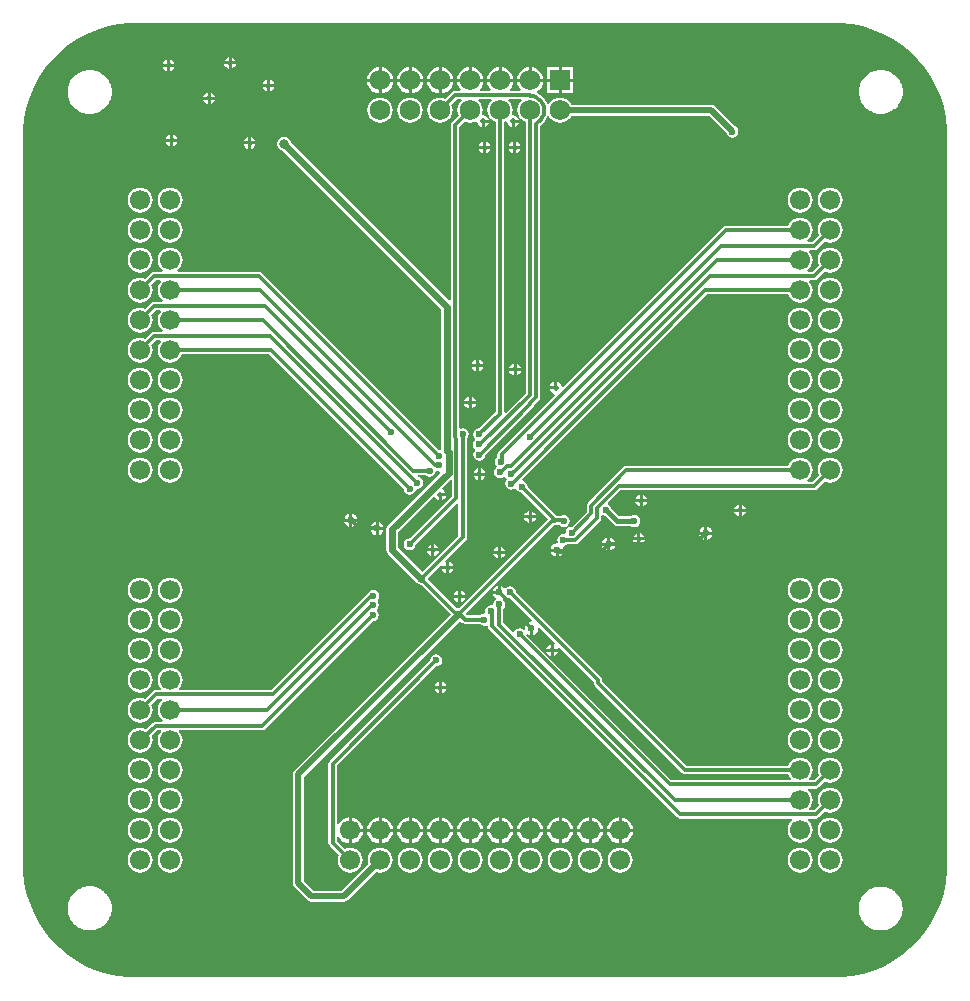
<source format=gbl>
G04*
G04 #@! TF.GenerationSoftware,Altium Limited,Altium Designer,21.0.8 (223)*
G04*
G04 Layer_Physical_Order=2*
G04 Layer_Color=16711680*
%FSLAX25Y25*%
%MOIN*%
G70*
G04*
G04 #@! TF.SameCoordinates,DCFDD46B-96D2-4464-8150-C36015641F01*
G04*
G04*
G04 #@! TF.FilePolarity,Positive*
G04*
G01*
G75*
%ADD10C,0.01968*%
%ADD12C,0.02362*%
%ADD36C,0.01181*%
%ADD37C,0.01575*%
%ADD38C,0.06800*%
%ADD39R,0.06800X0.06800*%
%ADD40C,0.06693*%
%ADD41C,0.01968*%
%ADD42C,0.02362*%
%ADD43C,0.03150*%
G36*
X277401Y318624D02*
X280968Y317914D01*
X284449Y316859D01*
X287809Y315467D01*
X291017Y313752D01*
X294041Y311732D01*
X296852Y309424D01*
X299424Y306853D01*
X301732Y304041D01*
X303752Y301017D01*
X305467Y297809D01*
X306859Y294449D01*
X307914Y290968D01*
X308624Y287401D01*
X308980Y283782D01*
X308980Y281963D01*
X308980Y38145D01*
X308980Y36321D01*
X308623Y32691D01*
X307911Y29113D01*
X306852Y25622D01*
X305456Y22252D01*
X303737Y19036D01*
X301710Y16003D01*
X299396Y13183D01*
X296817Y10604D01*
X293997Y8290D01*
X290965Y6263D01*
X287748Y4543D01*
X284378Y3148D01*
X280887Y2089D01*
X277309Y1377D01*
X273679Y1020D01*
X271855Y1020D01*
X38240D01*
X36411Y1020D01*
X32772Y1378D01*
X29185Y2091D01*
X25686Y3153D01*
X22307Y4552D01*
X19082Y6276D01*
X16041Y8308D01*
X13214Y10628D01*
X10628Y13214D01*
X8308Y16041D01*
X6276Y19082D01*
X4552Y22307D01*
X3153Y25686D01*
X2091Y29185D01*
X1378Y32772D01*
X1020Y36411D01*
X1020Y38240D01*
X1020Y281760D01*
Y283589D01*
X1378Y287228D01*
X2091Y290815D01*
X3153Y294314D01*
X4552Y297693D01*
X6276Y300918D01*
X8308Y303959D01*
X10628Y306786D01*
X13214Y309372D01*
X16041Y311692D01*
X19082Y313723D01*
X22307Y315447D01*
X25686Y316847D01*
X29185Y317909D01*
X32772Y318622D01*
X36411Y318980D01*
X38240Y318980D01*
X271963Y318981D01*
X273782Y318981D01*
X277401Y318624D01*
D02*
G37*
%LPC*%
G36*
X70500Y307698D02*
Y306274D01*
X71924D01*
X71869Y306548D01*
X71431Y307205D01*
X70774Y307643D01*
X70500Y307698D01*
D02*
G37*
G36*
X69500D02*
X69226Y307643D01*
X68569Y307205D01*
X68131Y306548D01*
X68076Y306274D01*
X69500D01*
Y307698D01*
D02*
G37*
G36*
X50000Y306924D02*
Y305500D01*
X51424D01*
X51369Y305774D01*
X50931Y306431D01*
X50274Y306869D01*
X50000Y306924D01*
D02*
G37*
G36*
X49000D02*
X48726Y306869D01*
X48069Y306431D01*
X47631Y305774D01*
X47576Y305500D01*
X49000D01*
Y306924D01*
D02*
G37*
G36*
X71924Y305274D02*
X70500D01*
Y303851D01*
X70774Y303905D01*
X71431Y304344D01*
X71869Y305000D01*
X71924Y305274D01*
D02*
G37*
G36*
X69500D02*
X68076D01*
X68131Y305000D01*
X68569Y304344D01*
X69226Y303905D01*
X69500Y303851D01*
Y305274D01*
D02*
G37*
G36*
X51424Y304500D02*
X50000D01*
Y303076D01*
X50274Y303131D01*
X50931Y303569D01*
X51369Y304226D01*
X51424Y304500D01*
D02*
G37*
G36*
X49000D02*
X47576D01*
X47631Y304226D01*
X48069Y303569D01*
X48726Y303131D01*
X49000Y303076D01*
Y304500D01*
D02*
G37*
G36*
X184400Y304400D02*
X180500D01*
Y300500D01*
X184400D01*
Y304400D01*
D02*
G37*
G36*
X170500Y304372D02*
Y300500D01*
X174372D01*
X174287Y301149D01*
X173843Y302219D01*
X173138Y303138D01*
X172219Y303843D01*
X171149Y304287D01*
X170500Y304372D01*
D02*
G37*
G36*
X160500D02*
Y300500D01*
X164372D01*
X164287Y301149D01*
X163843Y302219D01*
X163138Y303138D01*
X162219Y303843D01*
X161149Y304287D01*
X160500Y304372D01*
D02*
G37*
G36*
X150500D02*
Y300500D01*
X154372D01*
X154287Y301149D01*
X153843Y302219D01*
X153138Y303138D01*
X152219Y303843D01*
X151149Y304287D01*
X150500Y304372D01*
D02*
G37*
G36*
X140500D02*
Y300500D01*
X144372D01*
X144287Y301149D01*
X143843Y302219D01*
X143138Y303138D01*
X142219Y303843D01*
X141149Y304287D01*
X140500Y304372D01*
D02*
G37*
G36*
X130500D02*
Y300500D01*
X134372D01*
X134287Y301149D01*
X133843Y302219D01*
X133138Y303138D01*
X132219Y303843D01*
X131149Y304287D01*
X130500Y304372D01*
D02*
G37*
G36*
X120500D02*
Y300500D01*
X124372D01*
X124287Y301149D01*
X123843Y302219D01*
X123138Y303138D01*
X122219Y303843D01*
X121149Y304287D01*
X120500Y304372D01*
D02*
G37*
G36*
X169500D02*
X168851Y304287D01*
X167781Y303843D01*
X166862Y303138D01*
X166157Y302219D01*
X165713Y301149D01*
X165628Y300500D01*
X169500D01*
Y304372D01*
D02*
G37*
G36*
X159500D02*
X158851Y304287D01*
X157781Y303843D01*
X156862Y303138D01*
X156157Y302219D01*
X155713Y301149D01*
X155628Y300500D01*
X159500D01*
Y304372D01*
D02*
G37*
G36*
X149500D02*
X148851Y304287D01*
X147781Y303843D01*
X146862Y303138D01*
X146157Y302219D01*
X145713Y301149D01*
X145628Y300500D01*
X149500D01*
Y304372D01*
D02*
G37*
G36*
X139500D02*
X138851Y304287D01*
X137781Y303843D01*
X136862Y303138D01*
X136157Y302219D01*
X135713Y301149D01*
X135628Y300500D01*
X139500D01*
Y304372D01*
D02*
G37*
G36*
X129500D02*
X128851Y304287D01*
X127781Y303843D01*
X126862Y303138D01*
X126157Y302219D01*
X125713Y301149D01*
X125628Y300500D01*
X129500D01*
Y304372D01*
D02*
G37*
G36*
X119500D02*
X118851Y304287D01*
X117781Y303843D01*
X116862Y303138D01*
X116157Y302219D01*
X115713Y301149D01*
X115628Y300500D01*
X119500D01*
Y304372D01*
D02*
G37*
G36*
X179500Y304400D02*
X175600D01*
Y300500D01*
X179500D01*
Y304400D01*
D02*
G37*
G36*
X83281Y300097D02*
Y298673D01*
X84704D01*
X84650Y298947D01*
X84211Y299604D01*
X83555Y300042D01*
X83281Y300097D01*
D02*
G37*
G36*
X82281D02*
X82006Y300042D01*
X81350Y299604D01*
X80911Y298947D01*
X80857Y298673D01*
X82281D01*
Y300097D01*
D02*
G37*
G36*
X174372Y299500D02*
X170000D01*
X165628D01*
X165713Y298851D01*
X166157Y297781D01*
X166829Y296905D01*
X166761Y296566D01*
X166707Y296405D01*
X163293D01*
X163239Y296566D01*
X163171Y296905D01*
X163843Y297781D01*
X164287Y298851D01*
X164372Y299500D01*
X160000D01*
X155628D01*
X155713Y298851D01*
X156157Y297781D01*
X156829Y296905D01*
X156761Y296566D01*
X156707Y296405D01*
X153293D01*
X153239Y296566D01*
X153171Y296905D01*
X153843Y297781D01*
X154287Y298851D01*
X154372Y299500D01*
X150000D01*
X145628D01*
X145713Y298851D01*
X146157Y297781D01*
X146829Y296905D01*
X146761Y296566D01*
X146707Y296405D01*
X145000D01*
X144462Y296298D01*
X144007Y295993D01*
X141800Y293787D01*
X141093Y294080D01*
X140000Y294223D01*
X138907Y294080D01*
X137888Y293658D01*
X137013Y292986D01*
X136342Y292112D01*
X135920Y291093D01*
X135776Y290000D01*
X135920Y288907D01*
X136342Y287888D01*
X137013Y287014D01*
X137888Y286342D01*
X138907Y285920D01*
X140000Y285776D01*
X141093Y285920D01*
X142112Y286342D01*
X142987Y287014D01*
X143658Y287888D01*
X144080Y288907D01*
X144223Y290000D01*
X144080Y291093D01*
X143787Y291800D01*
X145582Y293595D01*
X147029D01*
X147190Y293122D01*
X147013Y292986D01*
X146342Y292112D01*
X145920Y291093D01*
X145776Y290000D01*
X145920Y288907D01*
X146213Y288200D01*
X143988Y285975D01*
X143684Y285520D01*
X143577Y284982D01*
Y226815D01*
X143115Y226623D01*
X90402Y279337D01*
X90325Y279722D01*
X89803Y280503D01*
X89022Y281025D01*
X88100Y281208D01*
X87178Y281025D01*
X86397Y280503D01*
X85875Y279722D01*
X85691Y278800D01*
X85875Y277878D01*
X86397Y277097D01*
X87178Y276575D01*
X87563Y276498D01*
X140416Y223646D01*
Y177054D01*
X140029Y176736D01*
X139700Y176802D01*
X139683Y176799D01*
X80764Y235718D01*
X80308Y236022D01*
X79770Y236129D01*
X52568D01*
X52398Y236629D01*
X52948Y237052D01*
X53611Y237915D01*
X54027Y238921D01*
X54169Y240000D01*
X54027Y241079D01*
X53611Y242085D01*
X52948Y242948D01*
X52085Y243611D01*
X51079Y244027D01*
X50000Y244169D01*
X48921Y244027D01*
X47915Y243611D01*
X47052Y242948D01*
X46389Y242085D01*
X45973Y241079D01*
X45831Y240000D01*
X45973Y238921D01*
X46389Y237915D01*
X47052Y237052D01*
X47602Y236629D01*
X47432Y236129D01*
X44724D01*
X44187Y236022D01*
X43731Y235718D01*
X41759Y233746D01*
X41079Y234027D01*
X40000Y234170D01*
X38921Y234027D01*
X37915Y233611D01*
X37052Y232948D01*
X36389Y232085D01*
X35973Y231079D01*
X35831Y230000D01*
X35973Y228921D01*
X36389Y227915D01*
X37052Y227052D01*
X37915Y226389D01*
X38921Y225973D01*
X40000Y225831D01*
X41079Y225973D01*
X42085Y226389D01*
X42948Y227052D01*
X43611Y227915D01*
X44027Y228921D01*
X44170Y230000D01*
X44027Y231079D01*
X43746Y231759D01*
X45306Y233319D01*
X46771D01*
X46953Y232820D01*
X46389Y232085D01*
X45973Y231079D01*
X45831Y230000D01*
X45973Y228921D01*
X46389Y227915D01*
X47052Y227052D01*
X47602Y226629D01*
X47432Y226129D01*
X44724D01*
X44187Y226022D01*
X43731Y225718D01*
X41759Y223746D01*
X41079Y224027D01*
X40000Y224169D01*
X38921Y224027D01*
X37915Y223611D01*
X37052Y222948D01*
X36389Y222085D01*
X35973Y221079D01*
X35831Y220000D01*
X35973Y218921D01*
X36389Y217915D01*
X37052Y217052D01*
X37915Y216389D01*
X38921Y215973D01*
X40000Y215830D01*
X41079Y215973D01*
X42085Y216389D01*
X42948Y217052D01*
X43611Y217915D01*
X44027Y218921D01*
X44170Y220000D01*
X44027Y221079D01*
X43746Y221759D01*
X45306Y223320D01*
X46771D01*
X46953Y222819D01*
X46389Y222085D01*
X45973Y221079D01*
X45831Y220000D01*
X45973Y218921D01*
X46389Y217915D01*
X47052Y217052D01*
X47602Y216629D01*
X47432Y216129D01*
X44724D01*
X44187Y216022D01*
X43731Y215718D01*
X41759Y213746D01*
X41079Y214027D01*
X40000Y214170D01*
X38921Y214027D01*
X37915Y213611D01*
X37052Y212948D01*
X36389Y212085D01*
X35973Y211079D01*
X35831Y210000D01*
X35973Y208921D01*
X36389Y207915D01*
X37052Y207052D01*
X37915Y206389D01*
X38921Y205973D01*
X40000Y205831D01*
X41079Y205973D01*
X42085Y206389D01*
X42948Y207052D01*
X43611Y207915D01*
X44027Y208921D01*
X44170Y210000D01*
X44027Y211079D01*
X43746Y211759D01*
X45306Y213319D01*
X46771D01*
X46953Y212820D01*
X46389Y212085D01*
X45973Y211079D01*
X45831Y210000D01*
X45973Y208921D01*
X46389Y207915D01*
X47052Y207052D01*
X47915Y206389D01*
X48921Y205973D01*
X50000Y205831D01*
X51079Y205973D01*
X52085Y206389D01*
X52948Y207052D01*
X53611Y207915D01*
X53892Y208595D01*
X83118D01*
X127896Y163817D01*
X127893Y163800D01*
X128046Y163032D01*
X128481Y162381D01*
X129132Y161946D01*
X129900Y161793D01*
X130668Y161946D01*
X131319Y162381D01*
X131754Y163032D01*
X131827Y163397D01*
X132379Y163797D01*
X132400Y163793D01*
X133168Y163946D01*
X133819Y164381D01*
X134254Y165032D01*
X134407Y165800D01*
X134254Y166568D01*
X133819Y167219D01*
X133168Y167654D01*
X132615Y167764D01*
X132493Y167957D01*
X132768Y168457D01*
X135113D01*
X135122Y168442D01*
X135773Y168007D01*
X136541Y167854D01*
X137309Y168007D01*
X137961Y168442D01*
X138396Y169094D01*
X138468Y169455D01*
X138932Y169746D01*
X139700Y169593D01*
X139764Y169606D01*
X140010Y169145D01*
X122659Y151794D01*
X122224Y151143D01*
X122071Y150375D01*
Y143422D01*
X122224Y142654D01*
X122659Y142002D01*
X132281Y132381D01*
X132932Y131946D01*
X133700Y131793D01*
X133717Y131796D01*
X143579Y121934D01*
X91523Y69877D01*
X91131Y69291D01*
X90994Y68600D01*
Y32300D01*
X91131Y31609D01*
X91523Y31023D01*
X95823Y26723D01*
X96409Y26331D01*
X97100Y26194D01*
X108000D01*
X108691Y26331D01*
X109277Y26723D01*
X118642Y36088D01*
X118921Y35973D01*
X120000Y35831D01*
X121079Y35973D01*
X122085Y36389D01*
X122948Y37052D01*
X123611Y37915D01*
X124027Y38921D01*
X124170Y40000D01*
X124027Y41079D01*
X123611Y42085D01*
X122948Y42948D01*
X122085Y43611D01*
X121079Y44027D01*
X120000Y44170D01*
X118921Y44027D01*
X117915Y43611D01*
X117052Y42948D01*
X116389Y42085D01*
X115973Y41079D01*
X115831Y40000D01*
X115973Y38921D01*
X116088Y38642D01*
X107252Y29806D01*
X97848D01*
X94606Y33048D01*
Y67852D01*
X146644Y119889D01*
X147314Y119219D01*
X147769Y118914D01*
X148307Y118807D01*
X153304D01*
X153313Y118793D01*
X153964Y118358D01*
X154733Y118205D01*
X155387Y118335D01*
X155707Y118187D01*
X155902Y118025D01*
X155994Y117567D01*
X156298Y117111D01*
X219127Y54282D01*
X219583Y53978D01*
X220120Y53871D01*
X257432D01*
X257602Y53371D01*
X257052Y52948D01*
X256389Y52085D01*
X255973Y51079D01*
X255831Y50000D01*
X255973Y48921D01*
X256389Y47915D01*
X257052Y47052D01*
X257915Y46389D01*
X258921Y45973D01*
X260000Y45831D01*
X261079Y45973D01*
X262085Y46389D01*
X262948Y47052D01*
X263611Y47915D01*
X264027Y48921D01*
X264170Y50000D01*
X264027Y51079D01*
X263611Y52085D01*
X262948Y52948D01*
X262398Y53371D01*
X262568Y53871D01*
X265276D01*
X265813Y53978D01*
X266269Y54282D01*
X268241Y56254D01*
X268921Y55973D01*
X270000Y55831D01*
X271079Y55973D01*
X272085Y56389D01*
X272948Y57052D01*
X273611Y57915D01*
X274027Y58921D01*
X274169Y60000D01*
X274027Y61079D01*
X273611Y62085D01*
X272948Y62948D01*
X272085Y63611D01*
X271079Y64027D01*
X270000Y64170D01*
X268921Y64027D01*
X267915Y63611D01*
X267052Y62948D01*
X266389Y62085D01*
X265973Y61079D01*
X265830Y60000D01*
X265973Y58921D01*
X266254Y58241D01*
X264694Y56681D01*
X263229D01*
X263047Y57181D01*
X263611Y57915D01*
X264027Y58921D01*
X264170Y60000D01*
X264027Y61079D01*
X263611Y62085D01*
X262948Y62948D01*
X262398Y63371D01*
X262568Y63871D01*
X265276D01*
X265813Y63978D01*
X266269Y64282D01*
X268241Y66254D01*
X268921Y65973D01*
X270000Y65830D01*
X271079Y65973D01*
X272085Y66389D01*
X272948Y67052D01*
X273611Y67915D01*
X274027Y68921D01*
X274169Y70000D01*
X274027Y71079D01*
X273611Y72085D01*
X272948Y72948D01*
X272085Y73611D01*
X271079Y74027D01*
X270000Y74169D01*
X268921Y74027D01*
X267915Y73611D01*
X267052Y72948D01*
X266389Y72085D01*
X265973Y71079D01*
X265830Y70000D01*
X265973Y68921D01*
X266254Y68241D01*
X264694Y66681D01*
X263229D01*
X263047Y67181D01*
X263611Y67915D01*
X264027Y68921D01*
X264170Y70000D01*
X264027Y71079D01*
X263611Y72085D01*
X262948Y72948D01*
X262085Y73611D01*
X261079Y74027D01*
X260000Y74169D01*
X258921Y74027D01*
X257915Y73611D01*
X257052Y72948D01*
X256389Y72085D01*
X256107Y71405D01*
X222384D01*
X194078Y99711D01*
Y99964D01*
X193971Y100502D01*
X193667Y100957D01*
X165322Y129302D01*
X165326Y129319D01*
X165173Y130087D01*
X164738Y130738D01*
X164087Y131173D01*
X163319Y131326D01*
X162551Y131173D01*
X161952Y130773D01*
X161772Y130719D01*
X161387Y130719D01*
X161273Y130891D01*
X160551Y131373D01*
X160200Y131443D01*
Y129318D01*
X159700D01*
Y128818D01*
X157576D01*
X157645Y128467D01*
X158127Y127746D01*
X158522Y127482D01*
Y126881D01*
X158281Y126719D01*
X157846Y126068D01*
X157693Y125300D01*
X157264Y124894D01*
X156950Y124957D01*
X156182Y124804D01*
X155531Y124369D01*
X155096Y123718D01*
X154943Y122950D01*
X154998Y122677D01*
X154733Y122220D01*
X153964Y122067D01*
X153313Y121632D01*
X153304Y121617D01*
X148889D01*
X148347Y122160D01*
X177833Y151646D01*
X178459D01*
X178997Y151753D01*
X179175Y151872D01*
X179679D01*
X179840Y151632D01*
X180491Y151197D01*
X181259Y151044D01*
X182027Y151197D01*
X182678Y151632D01*
X183113Y152283D01*
X183266Y153051D01*
X183113Y153819D01*
X182678Y154470D01*
X182027Y154905D01*
X181259Y155058D01*
X180491Y154905D01*
X180157Y154682D01*
X179041D01*
X169264Y164459D01*
X169267Y164476D01*
X169114Y165244D01*
X168679Y165895D01*
X168028Y166331D01*
X167541Y166428D01*
X167376Y166970D01*
X229001Y228595D01*
X256107D01*
X256389Y227915D01*
X257052Y227052D01*
X257915Y226389D01*
X258921Y225973D01*
X260000Y225831D01*
X261079Y225973D01*
X262085Y226389D01*
X262948Y227052D01*
X263611Y227915D01*
X264027Y228921D01*
X264170Y230000D01*
X264027Y231079D01*
X263611Y232085D01*
X263047Y232820D01*
X263229Y233319D01*
X264724D01*
X265262Y233426D01*
X265718Y233731D01*
X268241Y236254D01*
X268921Y235973D01*
X270000Y235830D01*
X271079Y235973D01*
X272085Y236389D01*
X272948Y237052D01*
X273611Y237915D01*
X274027Y238921D01*
X274169Y240000D01*
X274027Y241079D01*
X273611Y242085D01*
X272948Y242948D01*
X272085Y243611D01*
X271079Y244027D01*
X270000Y244169D01*
X268921Y244027D01*
X267915Y243611D01*
X267052Y242948D01*
X266389Y242085D01*
X265973Y241079D01*
X265830Y240000D01*
X265973Y238921D01*
X266254Y238241D01*
X264142Y236129D01*
X262568D01*
X262398Y236629D01*
X262948Y237052D01*
X263611Y237915D01*
X264027Y238921D01*
X264170Y240000D01*
X264027Y241079D01*
X263611Y242085D01*
X263047Y242819D01*
X263229Y243320D01*
X264724D01*
X265262Y243426D01*
X265718Y243731D01*
X268241Y246254D01*
X268921Y245973D01*
X270000Y245830D01*
X271079Y245973D01*
X272085Y246389D01*
X272948Y247052D01*
X273611Y247915D01*
X274027Y248921D01*
X274169Y250000D01*
X274027Y251079D01*
X273611Y252085D01*
X272948Y252948D01*
X272085Y253611D01*
X271079Y254027D01*
X270000Y254170D01*
X268921Y254027D01*
X267915Y253611D01*
X267052Y252948D01*
X266389Y252085D01*
X265973Y251079D01*
X265830Y250000D01*
X265973Y248921D01*
X266254Y248241D01*
X264142Y246129D01*
X262568D01*
X262398Y246629D01*
X262948Y247052D01*
X263611Y247915D01*
X264027Y248921D01*
X264170Y250000D01*
X264027Y251079D01*
X263611Y252085D01*
X262948Y252948D01*
X262085Y253611D01*
X261079Y254027D01*
X260000Y254170D01*
X258921Y254027D01*
X257915Y253611D01*
X257052Y252948D01*
X256389Y252085D01*
X256107Y251405D01*
X235177D01*
X234639Y251298D01*
X234183Y250993D01*
X180976Y197786D01*
X180433Y197951D01*
X180369Y198274D01*
X179931Y198931D01*
X179274Y199369D01*
X179000Y199424D01*
Y197500D01*
X178500D01*
Y197000D01*
X176576D01*
X176631Y196726D01*
X177069Y196069D01*
X177726Y195631D01*
X178049Y195567D01*
X178214Y195024D01*
X159533Y176343D01*
X159228Y175887D01*
X159121Y175350D01*
Y174408D01*
X158881Y174247D01*
X158446Y173596D01*
X158293Y172828D01*
X158446Y172060D01*
X158817Y171504D01*
X158881Y171409D01*
X158744Y170899D01*
X158516Y170747D01*
X158081Y170096D01*
X157928Y169328D01*
X158081Y168560D01*
X158516Y167909D01*
X159167Y167474D01*
X159935Y167321D01*
X160704Y167474D01*
X161182Y167794D01*
X161436Y167869D01*
X161809Y167688D01*
X162035Y167350D01*
X162290Y166919D01*
X161855Y166268D01*
X161702Y165500D01*
X161855Y164732D01*
X162290Y164081D01*
X162942Y163646D01*
X163709Y163493D01*
X164478Y163646D01*
X164858Y163900D01*
X165406Y163708D01*
X165841Y163057D01*
X166492Y162622D01*
X167260Y162469D01*
X167277Y162472D01*
X175981Y153768D01*
X146194Y123981D01*
X146063Y124007D01*
X145577Y123910D01*
X135704Y133783D01*
X135707Y133800D01*
X135704Y133817D01*
X140111Y138224D01*
X140531Y138000D01*
X142000D01*
Y139469D01*
X141776Y139889D01*
X148534Y146648D01*
X148839Y147103D01*
X148946Y147641D01*
Y180558D01*
X148960Y180568D01*
X149395Y181219D01*
X149548Y181987D01*
X149395Y182755D01*
X148960Y183406D01*
X148309Y183841D01*
X147541Y183994D01*
X146887Y183864D01*
X146387Y184139D01*
Y284400D01*
X148200Y286213D01*
X148907Y285920D01*
X150000Y285776D01*
X151093Y285920D01*
X151860Y286238D01*
X152379Y286012D01*
X152426Y285953D01*
X152503Y285568D01*
X152942Y284912D01*
X153598Y284473D01*
X153872Y284419D01*
Y286342D01*
X154372D01*
Y286842D01*
X156296D01*
X156241Y287117D01*
X155803Y287773D01*
X155146Y288211D01*
X154395Y288361D01*
X154311Y288389D01*
X154029Y288786D01*
X154080Y288907D01*
X154224Y290000D01*
X154080Y291093D01*
X153658Y292112D01*
X152987Y292986D01*
X152810Y293122D01*
X152971Y293595D01*
X157029D01*
X157190Y293122D01*
X157013Y292986D01*
X156342Y292112D01*
X155920Y291093D01*
X155777Y290000D01*
X155920Y288907D01*
X156342Y287888D01*
X157013Y287014D01*
X157888Y286342D01*
X158595Y286050D01*
Y189456D01*
X153130Y183991D01*
X153113Y183994D01*
X152345Y183841D01*
X151694Y183406D01*
X151259Y182755D01*
X151106Y181987D01*
X151259Y181219D01*
X151632Y180660D01*
X151687Y180096D01*
X151539Y179997D01*
X151104Y179346D01*
X150952Y178578D01*
X151104Y177810D01*
X151539Y177158D01*
X151625Y177101D01*
X151608Y176511D01*
X151246Y175968D01*
X151093Y175200D01*
X151246Y174432D01*
X151681Y173781D01*
X152332Y173346D01*
X153100Y173193D01*
X153868Y173346D01*
X154519Y173781D01*
X154954Y174432D01*
X155087Y175100D01*
X170993Y191007D01*
X171298Y191462D01*
X171364Y191793D01*
X172962Y193391D01*
X173266Y193847D01*
X173373Y194385D01*
Y284809D01*
X173618Y284986D01*
X173695Y285069D01*
X174374Y285626D01*
X175143Y286563D01*
X175715Y287633D01*
X175809Y287945D01*
X176309Y287969D01*
X176342Y287888D01*
X177014Y287014D01*
X177888Y286342D01*
X178907Y285920D01*
X180000Y285776D01*
X181093Y285920D01*
X182112Y286342D01*
X182986Y287014D01*
X183658Y287888D01*
X183784Y288194D01*
X229652D01*
X235504Y282341D01*
X235546Y282132D01*
X235981Y281481D01*
X236632Y281046D01*
X237400Y280893D01*
X238168Y281046D01*
X238819Y281481D01*
X239254Y282132D01*
X239407Y282900D01*
X239254Y283668D01*
X238819Y284319D01*
X238265Y284689D01*
X231677Y291277D01*
X231091Y291669D01*
X230400Y291806D01*
X183784D01*
X183658Y292112D01*
X182986Y292986D01*
X182112Y293658D01*
X181093Y294080D01*
X180000Y294223D01*
X178907Y294080D01*
X177888Y293658D01*
X177014Y292986D01*
X176342Y292112D01*
X176309Y292031D01*
X175809Y292055D01*
X175715Y292367D01*
X175143Y293437D01*
X174374Y294374D01*
X173437Y295143D01*
X172407Y295693D01*
X172357Y295818D01*
X172336Y296247D01*
X173138Y296862D01*
X173843Y297781D01*
X174287Y298851D01*
X174372Y299500D01*
D02*
G37*
G36*
X84704Y297673D02*
X83281D01*
Y296250D01*
X83555Y296304D01*
X84211Y296743D01*
X84650Y297399D01*
X84704Y297673D01*
D02*
G37*
G36*
X82281D02*
X80857D01*
X80911Y297399D01*
X81350Y296743D01*
X82006Y296304D01*
X82281Y296250D01*
Y297673D01*
D02*
G37*
G36*
X144372Y299500D02*
X140500D01*
Y295628D01*
X141149Y295713D01*
X142219Y296157D01*
X143138Y296862D01*
X143843Y297781D01*
X144287Y298851D01*
X144372Y299500D01*
D02*
G37*
G36*
X134372D02*
X130500D01*
Y295628D01*
X131149Y295713D01*
X132219Y296157D01*
X133138Y296862D01*
X133843Y297781D01*
X134287Y298851D01*
X134372Y299500D01*
D02*
G37*
G36*
X124372D02*
X120500D01*
Y295628D01*
X121149Y295713D01*
X122219Y296157D01*
X123138Y296862D01*
X123843Y297781D01*
X124287Y298851D01*
X124372Y299500D01*
D02*
G37*
G36*
X129500D02*
X125628D01*
X125713Y298851D01*
X126157Y297781D01*
X126862Y296862D01*
X127781Y296157D01*
X128851Y295713D01*
X129500Y295628D01*
Y299500D01*
D02*
G37*
G36*
X119500D02*
X115628D01*
X115713Y298851D01*
X116157Y297781D01*
X116862Y296862D01*
X117781Y296157D01*
X118851Y295713D01*
X119500Y295628D01*
Y299500D01*
D02*
G37*
G36*
X139500D02*
X135628D01*
X135713Y298851D01*
X136157Y297781D01*
X136862Y296862D01*
X137781Y296157D01*
X138851Y295713D01*
X139500Y295628D01*
Y299500D01*
D02*
G37*
G36*
X184400D02*
X180500D01*
Y295600D01*
X184400D01*
Y299500D01*
D02*
G37*
G36*
X179500D02*
X175600D01*
Y295600D01*
X179500D01*
Y299500D01*
D02*
G37*
G36*
X63500Y295924D02*
Y294500D01*
X64924D01*
X64869Y294774D01*
X64431Y295431D01*
X63774Y295869D01*
X63500Y295924D01*
D02*
G37*
G36*
X62500D02*
X62226Y295869D01*
X61569Y295431D01*
X61131Y294774D01*
X61076Y294500D01*
X62500D01*
Y295924D01*
D02*
G37*
G36*
X64924Y293500D02*
X63500D01*
Y292076D01*
X63774Y292131D01*
X64431Y292569D01*
X64869Y293226D01*
X64924Y293500D01*
D02*
G37*
G36*
X62500D02*
X61076D01*
X61131Y293226D01*
X61569Y292569D01*
X62226Y292131D01*
X62500Y292076D01*
Y293500D01*
D02*
G37*
G36*
X287520Y303474D02*
X286280D01*
X286181Y303454D01*
X286081D01*
X284864Y303212D01*
X284771Y303173D01*
X284672Y303154D01*
X283526Y302679D01*
X283442Y302623D01*
X283350Y302585D01*
X282318Y301895D01*
X282247Y301824D01*
X282164Y301769D01*
X281286Y300891D01*
X281230Y300808D01*
X281159Y300737D01*
X280470Y299705D01*
X280432Y299612D01*
X280376Y299529D01*
X279901Y298382D01*
X279881Y298284D01*
X279843Y298191D01*
X279601Y296974D01*
Y296874D01*
X279581Y296775D01*
Y295534D01*
X279601Y295436D01*
Y295336D01*
X279843Y294118D01*
X279881Y294026D01*
X279901Y293927D01*
X280376Y292781D01*
X280432Y292697D01*
X280470Y292605D01*
X281159Y291573D01*
X281230Y291502D01*
X281286Y291418D01*
X282164Y290541D01*
X282247Y290485D01*
X282318Y290414D01*
X283350Y289725D01*
X283442Y289686D01*
X283526Y289631D01*
X284672Y289156D01*
X284771Y289136D01*
X284864Y289098D01*
X286081Y288856D01*
X286181D01*
X286280Y288836D01*
X287520D01*
X287619Y288856D01*
X287719D01*
X288936Y289098D01*
X289029Y289136D01*
X289128Y289156D01*
X290274Y289631D01*
X290357Y289686D01*
X290450Y289725D01*
X291482Y290414D01*
X291553Y290485D01*
X291636Y290541D01*
X292514Y291418D01*
X292570Y291502D01*
X292641Y291573D01*
X293330Y292605D01*
X293369Y292697D01*
X293424Y292781D01*
X293899Y293927D01*
X293919Y294026D01*
X293957Y294118D01*
X294199Y295336D01*
Y295436D01*
X294219Y295534D01*
Y296775D01*
X294199Y296874D01*
Y296974D01*
X293957Y298191D01*
X293919Y298284D01*
X293899Y298382D01*
X293424Y299529D01*
X293369Y299612D01*
X293330Y299705D01*
X292641Y300737D01*
X292570Y300808D01*
X292514Y300891D01*
X291636Y301769D01*
X291553Y301824D01*
X291482Y301895D01*
X290450Y302585D01*
X290357Y302623D01*
X290274Y302679D01*
X289128Y303154D01*
X289029Y303173D01*
X288936Y303212D01*
X287719Y303454D01*
X287619D01*
X287520Y303474D01*
D02*
G37*
G36*
X23820Y303370D02*
X22580D01*
X22481Y303351D01*
X22381D01*
X21164Y303109D01*
X21071Y303070D01*
X20972Y303051D01*
X19826Y302576D01*
X19742Y302520D01*
X19650Y302482D01*
X18618Y301792D01*
X18547Y301721D01*
X18463Y301665D01*
X17586Y300788D01*
X17530Y300705D01*
X17459Y300634D01*
X16770Y299602D01*
X16732Y299509D01*
X16676Y299426D01*
X16201Y298279D01*
X16181Y298181D01*
X16143Y298088D01*
X15901Y296871D01*
Y296771D01*
X15881Y296672D01*
Y295431D01*
X15901Y295333D01*
Y295232D01*
X16143Y294015D01*
X16181Y293922D01*
X16201Y293824D01*
X16676Y292678D01*
X16732Y292594D01*
X16770Y292501D01*
X17459Y291470D01*
X17530Y291399D01*
X17586Y291315D01*
X18463Y290438D01*
X18547Y290382D01*
X18618Y290311D01*
X19650Y289622D01*
X19742Y289583D01*
X19826Y289527D01*
X20972Y289053D01*
X21071Y289033D01*
X21164Y288995D01*
X22381Y288752D01*
X22481D01*
X22580Y288733D01*
X23820D01*
X23919Y288752D01*
X24019D01*
X25236Y288995D01*
X25329Y289033D01*
X25428Y289053D01*
X26574Y289527D01*
X26658Y289583D01*
X26750Y289622D01*
X27782Y290311D01*
X27853Y290382D01*
X27937Y290438D01*
X28814Y291315D01*
X28870Y291399D01*
X28941Y291470D01*
X29630Y292501D01*
X29669Y292594D01*
X29724Y292678D01*
X30199Y293824D01*
X30219Y293922D01*
X30257Y294015D01*
X30499Y295232D01*
Y295333D01*
X30519Y295431D01*
Y296672D01*
X30499Y296771D01*
Y296871D01*
X30257Y298088D01*
X30219Y298181D01*
X30199Y298279D01*
X29724Y299426D01*
X29669Y299509D01*
X29630Y299602D01*
X28941Y300634D01*
X28870Y300705D01*
X28814Y300788D01*
X27937Y301665D01*
X27853Y301721D01*
X27782Y301792D01*
X26750Y302482D01*
X26658Y302520D01*
X26574Y302576D01*
X25428Y303051D01*
X25329Y303070D01*
X25236Y303109D01*
X24019Y303351D01*
X23919D01*
X23820Y303370D01*
D02*
G37*
G36*
X130000Y294223D02*
X128907Y294080D01*
X127888Y293658D01*
X127014Y292986D01*
X126342Y292112D01*
X125920Y291093D01*
X125777Y290000D01*
X125920Y288907D01*
X126342Y287888D01*
X127014Y287014D01*
X127888Y286342D01*
X128907Y285920D01*
X130000Y285776D01*
X131093Y285920D01*
X132112Y286342D01*
X132986Y287014D01*
X133658Y287888D01*
X134080Y288907D01*
X134223Y290000D01*
X134080Y291093D01*
X133658Y292112D01*
X132986Y292986D01*
X132112Y293658D01*
X131093Y294080D01*
X130000Y294223D01*
D02*
G37*
G36*
X120000D02*
X118907Y294080D01*
X117888Y293658D01*
X117014Y292986D01*
X116342Y292112D01*
X115920Y291093D01*
X115777Y290000D01*
X115920Y288907D01*
X116342Y287888D01*
X117014Y287014D01*
X117888Y286342D01*
X118907Y285920D01*
X120000Y285776D01*
X121093Y285920D01*
X122112Y286342D01*
X122986Y287014D01*
X123658Y287888D01*
X124080Y288907D01*
X124223Y290000D01*
X124080Y291093D01*
X123658Y292112D01*
X122986Y292986D01*
X122112Y293658D01*
X121093Y294080D01*
X120000Y294223D01*
D02*
G37*
G36*
X156296Y285842D02*
X154872D01*
Y284419D01*
X155146Y284473D01*
X155803Y284912D01*
X156241Y285568D01*
X156296Y285842D01*
D02*
G37*
G36*
X51000Y281924D02*
Y280500D01*
X52424D01*
X52369Y280774D01*
X51931Y281431D01*
X51274Y281869D01*
X51000Y281924D01*
D02*
G37*
G36*
X50000D02*
X49726Y281869D01*
X49069Y281431D01*
X48631Y280774D01*
X48576Y280500D01*
X50000D01*
Y281924D01*
D02*
G37*
G36*
X77000Y281024D02*
Y279600D01*
X78424D01*
X78369Y279874D01*
X77931Y280531D01*
X77274Y280969D01*
X77000Y281024D01*
D02*
G37*
G36*
X76000D02*
X75726Y280969D01*
X75069Y280531D01*
X74631Y279874D01*
X74576Y279600D01*
X76000D01*
Y281024D01*
D02*
G37*
G36*
X52424Y279500D02*
X51000D01*
Y278076D01*
X51274Y278131D01*
X51931Y278569D01*
X52369Y279226D01*
X52424Y279500D01*
D02*
G37*
G36*
X50000D02*
X48576D01*
X48631Y279226D01*
X49069Y278569D01*
X49726Y278131D01*
X50000Y278076D01*
Y279500D01*
D02*
G37*
G36*
X155372Y279424D02*
Y278000D01*
X156796D01*
X156741Y278274D01*
X156303Y278931D01*
X155646Y279369D01*
X155372Y279424D01*
D02*
G37*
G36*
X154372D02*
X154098Y279369D01*
X153442Y278931D01*
X153003Y278274D01*
X152948Y278000D01*
X154372D01*
Y279424D01*
D02*
G37*
G36*
X78424Y278600D02*
X77000D01*
Y277176D01*
X77274Y277231D01*
X77931Y277669D01*
X78369Y278326D01*
X78424Y278600D01*
D02*
G37*
G36*
X76000D02*
X74576D01*
X74631Y278326D01*
X75069Y277669D01*
X75726Y277231D01*
X76000Y277176D01*
Y278600D01*
D02*
G37*
G36*
X156796Y277000D02*
X155372D01*
Y275576D01*
X155646Y275631D01*
X156303Y276069D01*
X156741Y276726D01*
X156796Y277000D01*
D02*
G37*
G36*
X154372D02*
X152948D01*
X153003Y276726D01*
X153442Y276069D01*
X154098Y275631D01*
X154372Y275576D01*
Y277000D01*
D02*
G37*
G36*
X270000Y264170D02*
X268921Y264027D01*
X267915Y263611D01*
X267052Y262948D01*
X266389Y262085D01*
X265973Y261079D01*
X265830Y260000D01*
X265973Y258921D01*
X266389Y257915D01*
X267052Y257052D01*
X267915Y256389D01*
X268921Y255973D01*
X270000Y255831D01*
X271079Y255973D01*
X272085Y256389D01*
X272948Y257052D01*
X273611Y257915D01*
X274027Y258921D01*
X274169Y260000D01*
X274027Y261079D01*
X273611Y262085D01*
X272948Y262948D01*
X272085Y263611D01*
X271079Y264027D01*
X270000Y264170D01*
D02*
G37*
G36*
X260000D02*
X258921Y264027D01*
X257915Y263611D01*
X257052Y262948D01*
X256389Y262085D01*
X255973Y261079D01*
X255831Y260000D01*
X255973Y258921D01*
X256389Y257915D01*
X257052Y257052D01*
X257915Y256389D01*
X258921Y255973D01*
X260000Y255831D01*
X261079Y255973D01*
X262085Y256389D01*
X262948Y257052D01*
X263611Y257915D01*
X264027Y258921D01*
X264170Y260000D01*
X264027Y261079D01*
X263611Y262085D01*
X262948Y262948D01*
X262085Y263611D01*
X261079Y264027D01*
X260000Y264170D01*
D02*
G37*
G36*
X50000D02*
X48921Y264027D01*
X47915Y263611D01*
X47052Y262948D01*
X46389Y262085D01*
X45973Y261079D01*
X45831Y260000D01*
X45973Y258921D01*
X46389Y257915D01*
X47052Y257052D01*
X47915Y256389D01*
X48921Y255973D01*
X50000Y255831D01*
X51079Y255973D01*
X52085Y256389D01*
X52948Y257052D01*
X53611Y257915D01*
X54027Y258921D01*
X54169Y260000D01*
X54027Y261079D01*
X53611Y262085D01*
X52948Y262948D01*
X52085Y263611D01*
X51079Y264027D01*
X50000Y264170D01*
D02*
G37*
G36*
X40000D02*
X38921Y264027D01*
X37915Y263611D01*
X37052Y262948D01*
X36389Y262085D01*
X35973Y261079D01*
X35831Y260000D01*
X35973Y258921D01*
X36389Y257915D01*
X37052Y257052D01*
X37915Y256389D01*
X38921Y255973D01*
X40000Y255831D01*
X41079Y255973D01*
X42085Y256389D01*
X42948Y257052D01*
X43611Y257915D01*
X44027Y258921D01*
X44170Y260000D01*
X44027Y261079D01*
X43611Y262085D01*
X42948Y262948D01*
X42085Y263611D01*
X41079Y264027D01*
X40000Y264170D01*
D02*
G37*
G36*
X50000Y254170D02*
X48921Y254027D01*
X47915Y253611D01*
X47052Y252948D01*
X46389Y252085D01*
X45973Y251079D01*
X45831Y250000D01*
X45973Y248921D01*
X46389Y247915D01*
X47052Y247052D01*
X47915Y246389D01*
X48921Y245973D01*
X50000Y245830D01*
X51079Y245973D01*
X52085Y246389D01*
X52948Y247052D01*
X53611Y247915D01*
X54027Y248921D01*
X54169Y250000D01*
X54027Y251079D01*
X53611Y252085D01*
X52948Y252948D01*
X52085Y253611D01*
X51079Y254027D01*
X50000Y254170D01*
D02*
G37*
G36*
X40000D02*
X38921Y254027D01*
X37915Y253611D01*
X37052Y252948D01*
X36389Y252085D01*
X35973Y251079D01*
X35831Y250000D01*
X35973Y248921D01*
X36389Y247915D01*
X37052Y247052D01*
X37915Y246389D01*
X38921Y245973D01*
X40000Y245830D01*
X41079Y245973D01*
X42085Y246389D01*
X42948Y247052D01*
X43611Y247915D01*
X44027Y248921D01*
X44170Y250000D01*
X44027Y251079D01*
X43611Y252085D01*
X42948Y252948D01*
X42085Y253611D01*
X41079Y254027D01*
X40000Y254170D01*
D02*
G37*
G36*
Y244169D02*
X38921Y244027D01*
X37915Y243611D01*
X37052Y242948D01*
X36389Y242085D01*
X35973Y241079D01*
X35831Y240000D01*
X35973Y238921D01*
X36389Y237915D01*
X37052Y237052D01*
X37915Y236389D01*
X38921Y235973D01*
X40000Y235830D01*
X41079Y235973D01*
X42085Y236389D01*
X42948Y237052D01*
X43611Y237915D01*
X44027Y238921D01*
X44170Y240000D01*
X44027Y241079D01*
X43611Y242085D01*
X42948Y242948D01*
X42085Y243611D01*
X41079Y244027D01*
X40000Y244169D01*
D02*
G37*
G36*
X270000Y234170D02*
X268921Y234027D01*
X267915Y233611D01*
X267052Y232948D01*
X266389Y232085D01*
X265973Y231079D01*
X265830Y230000D01*
X265973Y228921D01*
X266389Y227915D01*
X267052Y227052D01*
X267915Y226389D01*
X268921Y225973D01*
X270000Y225831D01*
X271079Y225973D01*
X272085Y226389D01*
X272948Y227052D01*
X273611Y227915D01*
X274027Y228921D01*
X274169Y230000D01*
X274027Y231079D01*
X273611Y232085D01*
X272948Y232948D01*
X272085Y233611D01*
X271079Y234027D01*
X270000Y234170D01*
D02*
G37*
G36*
Y224169D02*
X268921Y224027D01*
X267915Y223611D01*
X267052Y222948D01*
X266389Y222085D01*
X265973Y221079D01*
X265830Y220000D01*
X265973Y218921D01*
X266389Y217915D01*
X267052Y217052D01*
X267915Y216389D01*
X268921Y215973D01*
X270000Y215830D01*
X271079Y215973D01*
X272085Y216389D01*
X272948Y217052D01*
X273611Y217915D01*
X274027Y218921D01*
X274169Y220000D01*
X274027Y221079D01*
X273611Y222085D01*
X272948Y222948D01*
X272085Y223611D01*
X271079Y224027D01*
X270000Y224169D01*
D02*
G37*
G36*
X260000D02*
X258921Y224027D01*
X257915Y223611D01*
X257052Y222948D01*
X256389Y222085D01*
X255973Y221079D01*
X255831Y220000D01*
X255973Y218921D01*
X256389Y217915D01*
X257052Y217052D01*
X257915Y216389D01*
X258921Y215973D01*
X260000Y215830D01*
X261079Y215973D01*
X262085Y216389D01*
X262948Y217052D01*
X263611Y217915D01*
X264027Y218921D01*
X264170Y220000D01*
X264027Y221079D01*
X263611Y222085D01*
X262948Y222948D01*
X262085Y223611D01*
X261079Y224027D01*
X260000Y224169D01*
D02*
G37*
G36*
X270000Y214170D02*
X268921Y214027D01*
X267915Y213611D01*
X267052Y212948D01*
X266389Y212085D01*
X265973Y211079D01*
X265830Y210000D01*
X265973Y208921D01*
X266389Y207915D01*
X267052Y207052D01*
X267915Y206389D01*
X268921Y205973D01*
X270000Y205831D01*
X271079Y205973D01*
X272085Y206389D01*
X272948Y207052D01*
X273611Y207915D01*
X274027Y208921D01*
X274169Y210000D01*
X274027Y211079D01*
X273611Y212085D01*
X272948Y212948D01*
X272085Y213611D01*
X271079Y214027D01*
X270000Y214170D01*
D02*
G37*
G36*
X260000D02*
X258921Y214027D01*
X257915Y213611D01*
X257052Y212948D01*
X256389Y212085D01*
X255973Y211079D01*
X255831Y210000D01*
X255973Y208921D01*
X256389Y207915D01*
X257052Y207052D01*
X257915Y206389D01*
X258921Y205973D01*
X260000Y205831D01*
X261079Y205973D01*
X262085Y206389D01*
X262948Y207052D01*
X263611Y207915D01*
X264027Y208921D01*
X264170Y210000D01*
X264027Y211079D01*
X263611Y212085D01*
X262948Y212948D01*
X262085Y213611D01*
X261079Y214027D01*
X260000Y214170D01*
D02*
G37*
G36*
X153000Y206924D02*
Y205500D01*
X154424D01*
X154369Y205774D01*
X153931Y206431D01*
X153274Y206869D01*
X153000Y206924D01*
D02*
G37*
G36*
X152000D02*
X151726Y206869D01*
X151069Y206431D01*
X150631Y205774D01*
X150576Y205500D01*
X152000D01*
Y206924D01*
D02*
G37*
G36*
X154424Y204500D02*
X153000D01*
Y203076D01*
X153274Y203131D01*
X153931Y203569D01*
X154369Y204226D01*
X154424Y204500D01*
D02*
G37*
G36*
X152000D02*
X150576D01*
X150631Y204226D01*
X151069Y203569D01*
X151726Y203131D01*
X152000Y203076D01*
Y204500D01*
D02*
G37*
G36*
X178000Y199424D02*
X177726Y199369D01*
X177069Y198931D01*
X176631Y198274D01*
X176576Y198000D01*
X178000D01*
Y199424D01*
D02*
G37*
G36*
X270000Y204170D02*
X268921Y204027D01*
X267915Y203611D01*
X267052Y202948D01*
X266389Y202085D01*
X265973Y201079D01*
X265830Y200000D01*
X265973Y198921D01*
X266389Y197915D01*
X267052Y197052D01*
X267915Y196389D01*
X268921Y195973D01*
X270000Y195831D01*
X271079Y195973D01*
X272085Y196389D01*
X272948Y197052D01*
X273611Y197915D01*
X274027Y198921D01*
X274169Y200000D01*
X274027Y201079D01*
X273611Y202085D01*
X272948Y202948D01*
X272085Y203611D01*
X271079Y204027D01*
X270000Y204170D01*
D02*
G37*
G36*
X260000D02*
X258921Y204027D01*
X257915Y203611D01*
X257052Y202948D01*
X256389Y202085D01*
X255973Y201079D01*
X255831Y200000D01*
X255973Y198921D01*
X256389Y197915D01*
X257052Y197052D01*
X257915Y196389D01*
X258921Y195973D01*
X260000Y195831D01*
X261079Y195973D01*
X262085Y196389D01*
X262948Y197052D01*
X263611Y197915D01*
X264027Y198921D01*
X264170Y200000D01*
X264027Y201079D01*
X263611Y202085D01*
X262948Y202948D01*
X262085Y203611D01*
X261079Y204027D01*
X260000Y204170D01*
D02*
G37*
G36*
X50000D02*
X48921Y204027D01*
X47915Y203611D01*
X47052Y202948D01*
X46389Y202085D01*
X45973Y201079D01*
X45831Y200000D01*
X45973Y198921D01*
X46389Y197915D01*
X47052Y197052D01*
X47915Y196389D01*
X48921Y195973D01*
X50000Y195831D01*
X51079Y195973D01*
X52085Y196389D01*
X52948Y197052D01*
X53611Y197915D01*
X54027Y198921D01*
X54169Y200000D01*
X54027Y201079D01*
X53611Y202085D01*
X52948Y202948D01*
X52085Y203611D01*
X51079Y204027D01*
X50000Y204170D01*
D02*
G37*
G36*
X40000D02*
X38921Y204027D01*
X37915Y203611D01*
X37052Y202948D01*
X36389Y202085D01*
X35973Y201079D01*
X35831Y200000D01*
X35973Y198921D01*
X36389Y197915D01*
X37052Y197052D01*
X37915Y196389D01*
X38921Y195973D01*
X40000Y195831D01*
X41079Y195973D01*
X42085Y196389D01*
X42948Y197052D01*
X43611Y197915D01*
X44027Y198921D01*
X44170Y200000D01*
X44027Y201079D01*
X43611Y202085D01*
X42948Y202948D01*
X42085Y203611D01*
X41079Y204027D01*
X40000Y204170D01*
D02*
G37*
G36*
X150500Y194424D02*
Y193000D01*
X151924D01*
X151869Y193274D01*
X151431Y193931D01*
X150774Y194369D01*
X150500Y194424D01*
D02*
G37*
G36*
X149500D02*
X149226Y194369D01*
X148569Y193931D01*
X148131Y193274D01*
X148076Y193000D01*
X149500D01*
Y194424D01*
D02*
G37*
G36*
X151924Y192000D02*
X150500D01*
Y190576D01*
X150774Y190631D01*
X151431Y191069D01*
X151869Y191726D01*
X151924Y192000D01*
D02*
G37*
G36*
X149500D02*
X148076D01*
X148131Y191726D01*
X148569Y191069D01*
X149226Y190631D01*
X149500Y190576D01*
Y192000D01*
D02*
G37*
G36*
X270000Y194169D02*
X268921Y194027D01*
X267915Y193611D01*
X267052Y192948D01*
X266389Y192085D01*
X265973Y191079D01*
X265830Y190000D01*
X265973Y188921D01*
X266389Y187915D01*
X267052Y187052D01*
X267915Y186389D01*
X268921Y185973D01*
X270000Y185830D01*
X271079Y185973D01*
X272085Y186389D01*
X272948Y187052D01*
X273611Y187915D01*
X274027Y188921D01*
X274169Y190000D01*
X274027Y191079D01*
X273611Y192085D01*
X272948Y192948D01*
X272085Y193611D01*
X271079Y194027D01*
X270000Y194169D01*
D02*
G37*
G36*
X260000D02*
X258921Y194027D01*
X257915Y193611D01*
X257052Y192948D01*
X256389Y192085D01*
X255973Y191079D01*
X255831Y190000D01*
X255973Y188921D01*
X256389Y187915D01*
X257052Y187052D01*
X257915Y186389D01*
X258921Y185973D01*
X260000Y185830D01*
X261079Y185973D01*
X262085Y186389D01*
X262948Y187052D01*
X263611Y187915D01*
X264027Y188921D01*
X264170Y190000D01*
X264027Y191079D01*
X263611Y192085D01*
X262948Y192948D01*
X262085Y193611D01*
X261079Y194027D01*
X260000Y194169D01*
D02*
G37*
G36*
X50000D02*
X48921Y194027D01*
X47915Y193611D01*
X47052Y192948D01*
X46389Y192085D01*
X45973Y191079D01*
X45831Y190000D01*
X45973Y188921D01*
X46389Y187915D01*
X47052Y187052D01*
X47915Y186389D01*
X48921Y185973D01*
X50000Y185830D01*
X51079Y185973D01*
X52085Y186389D01*
X52948Y187052D01*
X53611Y187915D01*
X54027Y188921D01*
X54169Y190000D01*
X54027Y191079D01*
X53611Y192085D01*
X52948Y192948D01*
X52085Y193611D01*
X51079Y194027D01*
X50000Y194169D01*
D02*
G37*
G36*
X40000D02*
X38921Y194027D01*
X37915Y193611D01*
X37052Y192948D01*
X36389Y192085D01*
X35973Y191079D01*
X35831Y190000D01*
X35973Y188921D01*
X36389Y187915D01*
X37052Y187052D01*
X37915Y186389D01*
X38921Y185973D01*
X40000Y185830D01*
X41079Y185973D01*
X42085Y186389D01*
X42948Y187052D01*
X43611Y187915D01*
X44027Y188921D01*
X44170Y190000D01*
X44027Y191079D01*
X43611Y192085D01*
X42948Y192948D01*
X42085Y193611D01*
X41079Y194027D01*
X40000Y194169D01*
D02*
G37*
G36*
X270000Y184169D02*
X268921Y184027D01*
X267915Y183611D01*
X267052Y182948D01*
X266389Y182085D01*
X265973Y181079D01*
X265830Y180000D01*
X265973Y178921D01*
X266389Y177915D01*
X267052Y177052D01*
X267915Y176389D01*
X268921Y175973D01*
X270000Y175830D01*
X271079Y175973D01*
X272085Y176389D01*
X272948Y177052D01*
X273611Y177915D01*
X274027Y178921D01*
X274169Y180000D01*
X274027Y181079D01*
X273611Y182085D01*
X272948Y182948D01*
X272085Y183611D01*
X271079Y184027D01*
X270000Y184169D01*
D02*
G37*
G36*
X260000D02*
X258921Y184027D01*
X257915Y183611D01*
X257052Y182948D01*
X256389Y182085D01*
X255973Y181079D01*
X255831Y180000D01*
X255973Y178921D01*
X256389Y177915D01*
X257052Y177052D01*
X257915Y176389D01*
X258921Y175973D01*
X260000Y175830D01*
X261079Y175973D01*
X262085Y176389D01*
X262948Y177052D01*
X263611Y177915D01*
X264027Y178921D01*
X264170Y180000D01*
X264027Y181079D01*
X263611Y182085D01*
X262948Y182948D01*
X262085Y183611D01*
X261079Y184027D01*
X260000Y184169D01*
D02*
G37*
G36*
X50000D02*
X48921Y184027D01*
X47915Y183611D01*
X47052Y182948D01*
X46389Y182085D01*
X45973Y181079D01*
X45831Y180000D01*
X45973Y178921D01*
X46389Y177915D01*
X47052Y177052D01*
X47915Y176389D01*
X48921Y175973D01*
X50000Y175830D01*
X51079Y175973D01*
X52085Y176389D01*
X52948Y177052D01*
X53611Y177915D01*
X54027Y178921D01*
X54169Y180000D01*
X54027Y181079D01*
X53611Y182085D01*
X52948Y182948D01*
X52085Y183611D01*
X51079Y184027D01*
X50000Y184169D01*
D02*
G37*
G36*
X40000D02*
X38921Y184027D01*
X37915Y183611D01*
X37052Y182948D01*
X36389Y182085D01*
X35973Y181079D01*
X35831Y180000D01*
X35973Y178921D01*
X36389Y177915D01*
X37052Y177052D01*
X37915Y176389D01*
X38921Y175973D01*
X40000Y175830D01*
X41079Y175973D01*
X42085Y176389D01*
X42948Y177052D01*
X43611Y177915D01*
X44027Y178921D01*
X44170Y180000D01*
X44027Y181079D01*
X43611Y182085D01*
X42948Y182948D01*
X42085Y183611D01*
X41079Y184027D01*
X40000Y184169D01*
D02*
G37*
G36*
X153600Y170624D02*
Y169200D01*
X155024D01*
X154969Y169474D01*
X154531Y170131D01*
X153874Y170569D01*
X153600Y170624D01*
D02*
G37*
G36*
X152600D02*
X152326Y170569D01*
X151669Y170131D01*
X151231Y169474D01*
X151176Y169200D01*
X152600D01*
Y170624D01*
D02*
G37*
G36*
X155024Y168200D02*
X153600D01*
Y166776D01*
X153874Y166831D01*
X154531Y167269D01*
X154969Y167926D01*
X155024Y168200D01*
D02*
G37*
G36*
X152600D02*
X151176D01*
X151231Y167926D01*
X151669Y167269D01*
X152326Y166831D01*
X152600Y166776D01*
Y168200D01*
D02*
G37*
G36*
X270000Y174170D02*
X268921Y174027D01*
X267915Y173611D01*
X267052Y172948D01*
X266389Y172085D01*
X265973Y171079D01*
X265830Y170000D01*
X265973Y168921D01*
X266254Y168241D01*
X264118Y166105D01*
X262536D01*
X262366Y166605D01*
X262948Y167052D01*
X263611Y167915D01*
X264027Y168921D01*
X264170Y170000D01*
X264027Y171079D01*
X263611Y172085D01*
X262948Y172948D01*
X262085Y173611D01*
X261079Y174027D01*
X260000Y174170D01*
X258921Y174027D01*
X257915Y173611D01*
X257052Y172948D01*
X256389Y172085D01*
X256107Y171405D01*
X202054D01*
X201516Y171298D01*
X201060Y170993D01*
X189287Y159220D01*
X188982Y158764D01*
X188875Y158227D01*
Y156162D01*
X183917Y151204D01*
X183900Y151207D01*
X183132Y151054D01*
X182481Y150619D01*
X182046Y149968D01*
X181893Y149200D01*
X181901Y149158D01*
X181476Y148732D01*
X181100Y148807D01*
X180332Y148654D01*
X179681Y148219D01*
X179246Y147568D01*
X179093Y146800D01*
X179235Y146087D01*
X179127Y145875D01*
X178927Y145609D01*
X178149Y145455D01*
X177427Y144973D01*
X176945Y144251D01*
X176876Y143900D01*
X181124D01*
X181054Y144251D01*
X180993Y144343D01*
X181271Y144827D01*
X181868Y144946D01*
X182302Y145236D01*
X184960D01*
X185498Y145343D01*
X185953Y145648D01*
X193242Y152936D01*
X193547Y153392D01*
X193654Y153930D01*
Y154855D01*
X194154Y155122D01*
X194460Y154917D01*
X195024Y154805D01*
X197914Y151916D01*
X198434Y151568D01*
X199049Y151445D01*
X199049Y151445D01*
X203660D01*
X204032Y151197D01*
X204800Y151044D01*
X205568Y151197D01*
X206219Y151632D01*
X206654Y152283D01*
X206807Y153051D01*
X206654Y153819D01*
X206219Y154470D01*
X205568Y154905D01*
X204800Y155058D01*
X204032Y154905D01*
X203660Y154657D01*
X199714D01*
X197145Y157226D01*
X197083Y157540D01*
X196648Y158191D01*
X196093Y158561D01*
X195934Y159109D01*
X200120Y163295D01*
X264700D01*
X265238Y163402D01*
X265693Y163707D01*
X268241Y166254D01*
X268921Y165973D01*
X270000Y165831D01*
X271079Y165973D01*
X272085Y166389D01*
X272948Y167052D01*
X273611Y167915D01*
X274027Y168921D01*
X274169Y170000D01*
X274027Y171079D01*
X273611Y172085D01*
X272948Y172948D01*
X272085Y173611D01*
X271079Y174027D01*
X270000Y174170D01*
D02*
G37*
G36*
X50000D02*
X48921Y174027D01*
X47915Y173611D01*
X47052Y172948D01*
X46389Y172085D01*
X45973Y171079D01*
X45831Y170000D01*
X45973Y168921D01*
X46389Y167915D01*
X47052Y167052D01*
X47915Y166389D01*
X48921Y165973D01*
X50000Y165831D01*
X51079Y165973D01*
X52085Y166389D01*
X52948Y167052D01*
X53611Y167915D01*
X54027Y168921D01*
X54169Y170000D01*
X54027Y171079D01*
X53611Y172085D01*
X52948Y172948D01*
X52085Y173611D01*
X51079Y174027D01*
X50000Y174170D01*
D02*
G37*
G36*
X40000D02*
X38921Y174027D01*
X37915Y173611D01*
X37052Y172948D01*
X36389Y172085D01*
X35973Y171079D01*
X35831Y170000D01*
X35973Y168921D01*
X36389Y167915D01*
X37052Y167052D01*
X37915Y166389D01*
X38921Y165973D01*
X40000Y165831D01*
X41079Y165973D01*
X42085Y166389D01*
X42948Y167052D01*
X43611Y167915D01*
X44027Y168921D01*
X44170Y170000D01*
X44027Y171079D01*
X43611Y172085D01*
X42948Y172948D01*
X42085Y173611D01*
X41079Y174027D01*
X40000Y174170D01*
D02*
G37*
G36*
X207541Y161754D02*
Y160331D01*
X208965D01*
X208910Y160605D01*
X208471Y161261D01*
X207815Y161700D01*
X207541Y161754D01*
D02*
G37*
G36*
X206541D02*
X206267Y161700D01*
X205610Y161261D01*
X205172Y160605D01*
X205117Y160331D01*
X206541D01*
Y161754D01*
D02*
G37*
G36*
X208965Y159331D02*
X207541D01*
Y157907D01*
X207815Y157962D01*
X208471Y158400D01*
X208910Y159056D01*
X208965Y159331D01*
D02*
G37*
G36*
X206541D02*
X205117D01*
X205172Y159056D01*
X205610Y158400D01*
X206267Y157962D01*
X206541Y157907D01*
Y159331D01*
D02*
G37*
G36*
X240500Y158600D02*
Y157176D01*
X241924D01*
X241869Y157451D01*
X241431Y158107D01*
X240774Y158546D01*
X240500Y158600D01*
D02*
G37*
G36*
X239500D02*
X239226Y158546D01*
X238569Y158107D01*
X238131Y157451D01*
X238076Y157176D01*
X239500D01*
Y158600D01*
D02*
G37*
G36*
X170500Y156394D02*
Y154970D01*
X171924D01*
X171869Y155245D01*
X171431Y155901D01*
X170774Y156340D01*
X170500Y156394D01*
D02*
G37*
G36*
X169500D02*
X169226Y156340D01*
X168569Y155901D01*
X168131Y155245D01*
X168076Y154970D01*
X169500D01*
Y156394D01*
D02*
G37*
G36*
X241924Y156176D02*
X240500D01*
Y154753D01*
X240774Y154807D01*
X241431Y155246D01*
X241869Y155902D01*
X241924Y156176D01*
D02*
G37*
G36*
X239500D02*
X238076D01*
X238131Y155902D01*
X238569Y155246D01*
X239226Y154807D01*
X239500Y154753D01*
Y156176D01*
D02*
G37*
G36*
X110756Y155465D02*
Y153841D01*
X112380D01*
X112311Y154192D01*
X111828Y154913D01*
X111107Y155395D01*
X110756Y155465D01*
D02*
G37*
G36*
X109756D02*
X109405Y155395D01*
X108684Y154913D01*
X108202Y154192D01*
X108132Y153841D01*
X109756D01*
Y155465D01*
D02*
G37*
G36*
X171924Y153970D02*
X170500D01*
Y152547D01*
X170774Y152601D01*
X171431Y153040D01*
X171869Y153696D01*
X171924Y153970D01*
D02*
G37*
G36*
X169500D02*
X168076D01*
X168131Y153696D01*
X168569Y153040D01*
X169226Y152601D01*
X169500Y152547D01*
Y153970D01*
D02*
G37*
G36*
X112380Y152841D02*
X110756D01*
Y151216D01*
X111107Y151286D01*
X111828Y151768D01*
X112311Y152490D01*
X112380Y152841D01*
D02*
G37*
G36*
X109756D02*
X108132D01*
X108202Y152490D01*
X108684Y151768D01*
X109405Y151286D01*
X109756Y151216D01*
Y152841D01*
D02*
G37*
G36*
X119500Y152724D02*
Y151100D01*
X121124D01*
X121054Y151451D01*
X120572Y152173D01*
X119851Y152655D01*
X119500Y152724D01*
D02*
G37*
G36*
X118500D02*
X118149Y152655D01*
X117428Y152173D01*
X116946Y151451D01*
X116876Y151100D01*
X118500D01*
Y152724D01*
D02*
G37*
G36*
X229100Y151124D02*
Y149500D01*
X230724D01*
X230655Y149851D01*
X230172Y150573D01*
X229451Y151055D01*
X229100Y151124D01*
D02*
G37*
G36*
X228100D02*
X227749Y151055D01*
X227028Y150573D01*
X226545Y149851D01*
X226476Y149500D01*
X228100D01*
Y151124D01*
D02*
G37*
G36*
X121124Y150100D02*
X119500D01*
Y148476D01*
X119851Y148546D01*
X120572Y149028D01*
X121054Y149749D01*
X121124Y150100D01*
D02*
G37*
G36*
X118500D02*
X116876D01*
X116946Y149749D01*
X117428Y149028D01*
X118149Y148546D01*
X118500Y148476D01*
Y150100D01*
D02*
G37*
G36*
X206767Y149050D02*
Y147626D01*
X208190D01*
X208136Y147900D01*
X207697Y148556D01*
X207041Y148995D01*
X206767Y149050D01*
D02*
G37*
G36*
X205767D02*
X205492Y148995D01*
X204836Y148556D01*
X204398Y147900D01*
X204343Y147626D01*
X205767D01*
Y149050D01*
D02*
G37*
G36*
X230724Y148500D02*
X229100D01*
Y146876D01*
X229451Y146946D01*
X230172Y147427D01*
X230655Y148149D01*
X230724Y148500D01*
D02*
G37*
G36*
X228100D02*
X226476D01*
X226545Y148149D01*
X227028Y147427D01*
X227749Y146946D01*
X228100Y146876D01*
Y148500D01*
D02*
G37*
G36*
X196700Y147524D02*
Y145900D01*
X198324D01*
X198255Y146251D01*
X197773Y146973D01*
X197051Y147455D01*
X196700Y147524D01*
D02*
G37*
G36*
X195700D02*
X195349Y147455D01*
X194627Y146973D01*
X194146Y146251D01*
X194076Y145900D01*
X195700D01*
Y147524D01*
D02*
G37*
G36*
X208190Y146626D02*
X206767D01*
Y145202D01*
X207041Y145257D01*
X207697Y145695D01*
X208136Y146352D01*
X208190Y146626D01*
D02*
G37*
G36*
X205767D02*
X204343D01*
X204398Y146352D01*
X204836Y145695D01*
X205492Y145257D01*
X205767Y145202D01*
Y146626D01*
D02*
G37*
G36*
X198324Y144900D02*
X196700D01*
Y143276D01*
X197051Y143345D01*
X197773Y143827D01*
X198255Y144549D01*
X198324Y144900D01*
D02*
G37*
G36*
X195700D02*
X194076D01*
X194146Y144549D01*
X194627Y143827D01*
X195349Y143345D01*
X195700Y143276D01*
Y144900D01*
D02*
G37*
G36*
X160200Y144473D02*
Y143049D01*
X161624D01*
X161569Y143323D01*
X161131Y143980D01*
X160474Y144418D01*
X160200Y144473D01*
D02*
G37*
G36*
X159200D02*
X158926Y144418D01*
X158269Y143980D01*
X157831Y143323D01*
X157776Y143049D01*
X159200D01*
Y144473D01*
D02*
G37*
G36*
X181124Y142900D02*
X179500D01*
Y141276D01*
X179851Y141346D01*
X180572Y141827D01*
X181054Y142549D01*
X181124Y142900D01*
D02*
G37*
G36*
X178500D02*
X176876D01*
X176945Y142549D01*
X177427Y141827D01*
X178149Y141346D01*
X178500Y141276D01*
Y142900D01*
D02*
G37*
G36*
X161624Y142049D02*
X160200D01*
Y140625D01*
X160474Y140680D01*
X161131Y141118D01*
X161569Y141775D01*
X161624Y142049D01*
D02*
G37*
G36*
X159200D02*
X157776D01*
X157831Y141775D01*
X158269Y141118D01*
X158926Y140680D01*
X159200Y140625D01*
Y142049D01*
D02*
G37*
G36*
X143000Y139424D02*
Y138000D01*
X144424D01*
X144369Y138274D01*
X143931Y138931D01*
X143274Y139369D01*
X143000Y139424D01*
D02*
G37*
G36*
X144424Y137000D02*
X143000D01*
Y135576D01*
X143274Y135631D01*
X143931Y136069D01*
X144369Y136726D01*
X144424Y137000D01*
D02*
G37*
G36*
X142000D02*
X140576D01*
X140631Y136726D01*
X141069Y136069D01*
X141726Y135631D01*
X142000Y135576D01*
Y137000D01*
D02*
G37*
G36*
X159200Y131443D02*
X158849Y131373D01*
X158127Y130891D01*
X157645Y130169D01*
X157576Y129818D01*
X159200D01*
Y131443D01*
D02*
G37*
G36*
X147020Y129841D02*
Y128418D01*
X148443D01*
X148389Y128692D01*
X147950Y129348D01*
X147294Y129787D01*
X147020Y129841D01*
D02*
G37*
G36*
X146020D02*
X145745Y129787D01*
X145089Y129348D01*
X144650Y128692D01*
X144596Y128418D01*
X146020D01*
Y129841D01*
D02*
G37*
G36*
X148443Y127418D02*
X147020D01*
Y125994D01*
X147294Y126048D01*
X147950Y126487D01*
X148389Y127143D01*
X148443Y127418D01*
D02*
G37*
G36*
X146020D02*
X144596D01*
X144650Y127143D01*
X145089Y126487D01*
X145745Y126048D01*
X146020Y125994D01*
Y127418D01*
D02*
G37*
G36*
X270000Y134169D02*
X268921Y134027D01*
X267915Y133611D01*
X267052Y132948D01*
X266389Y132085D01*
X265973Y131079D01*
X265830Y130000D01*
X265973Y128921D01*
X266389Y127915D01*
X267052Y127052D01*
X267915Y126389D01*
X268921Y125973D01*
X270000Y125830D01*
X271079Y125973D01*
X272085Y126389D01*
X272948Y127052D01*
X273611Y127915D01*
X274027Y128921D01*
X274169Y130000D01*
X274027Y131079D01*
X273611Y132085D01*
X272948Y132948D01*
X272085Y133611D01*
X271079Y134027D01*
X270000Y134169D01*
D02*
G37*
G36*
X260000D02*
X258921Y134027D01*
X257915Y133611D01*
X257052Y132948D01*
X256389Y132085D01*
X255973Y131079D01*
X255831Y130000D01*
X255973Y128921D01*
X256389Y127915D01*
X257052Y127052D01*
X257915Y126389D01*
X258921Y125973D01*
X260000Y125830D01*
X261079Y125973D01*
X262085Y126389D01*
X262948Y127052D01*
X263611Y127915D01*
X264027Y128921D01*
X264170Y130000D01*
X264027Y131079D01*
X263611Y132085D01*
X262948Y132948D01*
X262085Y133611D01*
X261079Y134027D01*
X260000Y134169D01*
D02*
G37*
G36*
X50000D02*
X48921Y134027D01*
X47915Y133611D01*
X47052Y132948D01*
X46389Y132085D01*
X45973Y131079D01*
X45831Y130000D01*
X45973Y128921D01*
X46389Y127915D01*
X47052Y127052D01*
X47915Y126389D01*
X48921Y125973D01*
X50000Y125830D01*
X51079Y125973D01*
X52085Y126389D01*
X52948Y127052D01*
X53611Y127915D01*
X54027Y128921D01*
X54169Y130000D01*
X54027Y131079D01*
X53611Y132085D01*
X52948Y132948D01*
X52085Y133611D01*
X51079Y134027D01*
X50000Y134169D01*
D02*
G37*
G36*
X40000D02*
X38921Y134027D01*
X37915Y133611D01*
X37052Y132948D01*
X36389Y132085D01*
X35973Y131079D01*
X35831Y130000D01*
X35973Y128921D01*
X36389Y127915D01*
X37052Y127052D01*
X37915Y126389D01*
X38921Y125973D01*
X40000Y125830D01*
X41079Y125973D01*
X42085Y126389D01*
X42948Y127052D01*
X43611Y127915D01*
X44027Y128921D01*
X44170Y130000D01*
X44027Y131079D01*
X43611Y132085D01*
X42948Y132948D01*
X42085Y133611D01*
X41079Y134027D01*
X40000Y134169D01*
D02*
G37*
G36*
X117796Y130103D02*
X117028Y129951D01*
X116377Y129516D01*
X116163Y129195D01*
X116005Y129090D01*
X83596Y96680D01*
X53229D01*
X53047Y97180D01*
X53611Y97915D01*
X54027Y98921D01*
X54169Y100000D01*
X54027Y101079D01*
X53611Y102085D01*
X52948Y102948D01*
X52085Y103611D01*
X51079Y104027D01*
X50000Y104169D01*
X48921Y104027D01*
X47915Y103611D01*
X47052Y102948D01*
X46389Y102085D01*
X45973Y101079D01*
X45831Y100000D01*
X45973Y98921D01*
X46389Y97915D01*
X46953Y97180D01*
X46771Y96680D01*
X45276D01*
X44738Y96574D01*
X44282Y96269D01*
X41759Y93746D01*
X41079Y94027D01*
X40000Y94169D01*
X38921Y94027D01*
X37915Y93611D01*
X37052Y92948D01*
X36389Y92085D01*
X35973Y91079D01*
X35831Y90000D01*
X35973Y88921D01*
X36389Y87915D01*
X37052Y87052D01*
X37915Y86389D01*
X38921Y85973D01*
X40000Y85830D01*
X41079Y85973D01*
X42085Y86389D01*
X42948Y87052D01*
X43611Y87915D01*
X44027Y88921D01*
X44170Y90000D01*
X44027Y91079D01*
X43746Y91759D01*
X45858Y93871D01*
X47432D01*
X47602Y93371D01*
X47052Y92948D01*
X46389Y92085D01*
X45973Y91079D01*
X45831Y90000D01*
X45973Y88921D01*
X46389Y87915D01*
X47052Y87052D01*
X47504Y86705D01*
X47334Y86205D01*
X45200D01*
X44662Y86098D01*
X44207Y85793D01*
X42042Y83629D01*
X41079Y84027D01*
X40000Y84170D01*
X38921Y84027D01*
X37915Y83611D01*
X37052Y82948D01*
X36389Y82085D01*
X35973Y81079D01*
X35831Y80000D01*
X35973Y78921D01*
X36389Y77915D01*
X37052Y77052D01*
X37915Y76389D01*
X38921Y75973D01*
X40000Y75831D01*
X41079Y75973D01*
X42085Y76389D01*
X42948Y77052D01*
X43611Y77915D01*
X44027Y78921D01*
X44170Y80000D01*
X44027Y81079D01*
X43863Y81476D01*
X45782Y83395D01*
X46900D01*
X46904Y83382D01*
X47011Y82895D01*
X46389Y82085D01*
X45973Y81079D01*
X45831Y80000D01*
X45973Y78921D01*
X46389Y77915D01*
X47052Y77052D01*
X47915Y76389D01*
X48921Y75973D01*
X50000Y75831D01*
X51079Y75973D01*
X52085Y76389D01*
X52948Y77052D01*
X53611Y77915D01*
X54027Y78921D01*
X54169Y80000D01*
X54027Y81079D01*
X53611Y82085D01*
X52989Y82895D01*
X53096Y83382D01*
X53100Y83395D01*
X80794D01*
X81331Y83502D01*
X81787Y83807D01*
X117583Y119603D01*
X117600Y119599D01*
X118368Y119752D01*
X119019Y120187D01*
X119454Y120838D01*
X119607Y121606D01*
X119454Y122374D01*
X119019Y123026D01*
X119014Y123029D01*
Y123391D01*
X119064Y123597D01*
X119456Y124185D01*
X119609Y124953D01*
X119456Y125721D01*
X119218Y126078D01*
X119215Y126673D01*
X119292Y126792D01*
X119650Y127328D01*
X119803Y128096D01*
X119650Y128864D01*
X119215Y129516D01*
X118564Y129951D01*
X117796Y130103D01*
D02*
G37*
G36*
X270000Y124170D02*
X268921Y124027D01*
X267915Y123611D01*
X267052Y122948D01*
X266389Y122085D01*
X265973Y121079D01*
X265830Y120000D01*
X265973Y118921D01*
X266389Y117915D01*
X267052Y117052D01*
X267915Y116389D01*
X268921Y115973D01*
X270000Y115831D01*
X271079Y115973D01*
X272085Y116389D01*
X272948Y117052D01*
X273611Y117915D01*
X274027Y118921D01*
X274169Y120000D01*
X274027Y121079D01*
X273611Y122085D01*
X272948Y122948D01*
X272085Y123611D01*
X271079Y124027D01*
X270000Y124170D01*
D02*
G37*
G36*
X260000D02*
X258921Y124027D01*
X257915Y123611D01*
X257052Y122948D01*
X256389Y122085D01*
X255973Y121079D01*
X255831Y120000D01*
X255973Y118921D01*
X256389Y117915D01*
X257052Y117052D01*
X257915Y116389D01*
X258921Y115973D01*
X260000Y115831D01*
X261079Y115973D01*
X262085Y116389D01*
X262948Y117052D01*
X263611Y117915D01*
X264027Y118921D01*
X264170Y120000D01*
X264027Y121079D01*
X263611Y122085D01*
X262948Y122948D01*
X262085Y123611D01*
X261079Y124027D01*
X260000Y124170D01*
D02*
G37*
G36*
X50000D02*
X48921Y124027D01*
X47915Y123611D01*
X47052Y122948D01*
X46389Y122085D01*
X45973Y121079D01*
X45831Y120000D01*
X45973Y118921D01*
X46389Y117915D01*
X47052Y117052D01*
X47915Y116389D01*
X48921Y115973D01*
X50000Y115831D01*
X51079Y115973D01*
X52085Y116389D01*
X52948Y117052D01*
X53611Y117915D01*
X54027Y118921D01*
X54169Y120000D01*
X54027Y121079D01*
X53611Y122085D01*
X52948Y122948D01*
X52085Y123611D01*
X51079Y124027D01*
X50000Y124170D01*
D02*
G37*
G36*
X40000D02*
X38921Y124027D01*
X37915Y123611D01*
X37052Y122948D01*
X36389Y122085D01*
X35973Y121079D01*
X35831Y120000D01*
X35973Y118921D01*
X36389Y117915D01*
X37052Y117052D01*
X37915Y116389D01*
X38921Y115973D01*
X40000Y115831D01*
X41079Y115973D01*
X42085Y116389D01*
X42948Y117052D01*
X43611Y117915D01*
X44027Y118921D01*
X44170Y120000D01*
X44027Y121079D01*
X43611Y122085D01*
X42948Y122948D01*
X42085Y123611D01*
X41079Y124027D01*
X40000Y124170D01*
D02*
G37*
G36*
X270000Y114170D02*
X268921Y114027D01*
X267915Y113611D01*
X267052Y112948D01*
X266389Y112085D01*
X265973Y111079D01*
X265830Y110000D01*
X265973Y108921D01*
X266389Y107915D01*
X267052Y107052D01*
X267915Y106389D01*
X268921Y105973D01*
X270000Y105831D01*
X271079Y105973D01*
X272085Y106389D01*
X272948Y107052D01*
X273611Y107915D01*
X274027Y108921D01*
X274169Y110000D01*
X274027Y111079D01*
X273611Y112085D01*
X272948Y112948D01*
X272085Y113611D01*
X271079Y114027D01*
X270000Y114170D01*
D02*
G37*
G36*
X260000D02*
X258921Y114027D01*
X257915Y113611D01*
X257052Y112948D01*
X256389Y112085D01*
X255973Y111079D01*
X255831Y110000D01*
X255973Y108921D01*
X256389Y107915D01*
X257052Y107052D01*
X257915Y106389D01*
X258921Y105973D01*
X260000Y105831D01*
X261079Y105973D01*
X262085Y106389D01*
X262948Y107052D01*
X263611Y107915D01*
X264027Y108921D01*
X264170Y110000D01*
X264027Y111079D01*
X263611Y112085D01*
X262948Y112948D01*
X262085Y113611D01*
X261079Y114027D01*
X260000Y114170D01*
D02*
G37*
G36*
X50000D02*
X48921Y114027D01*
X47915Y113611D01*
X47052Y112948D01*
X46389Y112085D01*
X45973Y111079D01*
X45831Y110000D01*
X45973Y108921D01*
X46389Y107915D01*
X47052Y107052D01*
X47915Y106389D01*
X48921Y105973D01*
X50000Y105831D01*
X51079Y105973D01*
X52085Y106389D01*
X52948Y107052D01*
X53611Y107915D01*
X54027Y108921D01*
X54169Y110000D01*
X54027Y111079D01*
X53611Y112085D01*
X52948Y112948D01*
X52085Y113611D01*
X51079Y114027D01*
X50000Y114170D01*
D02*
G37*
G36*
X40000D02*
X38921Y114027D01*
X37915Y113611D01*
X37052Y112948D01*
X36389Y112085D01*
X35973Y111079D01*
X35831Y110000D01*
X35973Y108921D01*
X36389Y107915D01*
X37052Y107052D01*
X37915Y106389D01*
X38921Y105973D01*
X40000Y105831D01*
X41079Y105973D01*
X42085Y106389D01*
X42948Y107052D01*
X43611Y107915D01*
X44027Y108921D01*
X44170Y110000D01*
X44027Y111079D01*
X43611Y112085D01*
X42948Y112948D01*
X42085Y113611D01*
X41079Y114027D01*
X40000Y114170D01*
D02*
G37*
G36*
X138692Y108615D02*
X137924Y108462D01*
X137273Y108027D01*
X136838Y107376D01*
X136685Y106607D01*
X136689Y106591D01*
X103207Y73109D01*
X102902Y72653D01*
X102795Y72115D01*
Y45800D01*
X102902Y45262D01*
X103207Y44807D01*
X106254Y41759D01*
X105973Y41079D01*
X105831Y40000D01*
X105973Y38921D01*
X106389Y37915D01*
X107052Y37052D01*
X107915Y36389D01*
X108921Y35973D01*
X110000Y35831D01*
X111079Y35973D01*
X112085Y36389D01*
X112948Y37052D01*
X113611Y37915D01*
X114027Y38921D01*
X114170Y40000D01*
X114027Y41079D01*
X113611Y42085D01*
X112948Y42948D01*
X112085Y43611D01*
X111079Y44027D01*
X110000Y44170D01*
X108921Y44027D01*
X108241Y43746D01*
X105605Y46382D01*
Y47946D01*
X106105Y48046D01*
X106203Y47808D01*
X106900Y46900D01*
X107808Y46203D01*
X108865Y45765D01*
X109500Y45682D01*
Y50000D01*
Y54318D01*
X108865Y54235D01*
X107808Y53797D01*
X106900Y53100D01*
X106203Y52192D01*
X106105Y51954D01*
X105605Y52054D01*
Y71533D01*
X138676Y104604D01*
X138692Y104600D01*
X139461Y104753D01*
X140112Y105188D01*
X140547Y105839D01*
X140700Y106607D01*
X140547Y107376D01*
X140112Y108027D01*
X139461Y108462D01*
X138692Y108615D01*
D02*
G37*
G36*
X140612Y99424D02*
Y98000D01*
X142035D01*
X141981Y98274D01*
X141542Y98931D01*
X140886Y99369D01*
X140612Y99424D01*
D02*
G37*
G36*
X139612D02*
X139338Y99369D01*
X138681Y98931D01*
X138243Y98274D01*
X138188Y98000D01*
X139612D01*
Y99424D01*
D02*
G37*
G36*
X270000Y104169D02*
X268921Y104027D01*
X267915Y103611D01*
X267052Y102948D01*
X266389Y102085D01*
X265973Y101079D01*
X265830Y100000D01*
X265973Y98921D01*
X266389Y97915D01*
X267052Y97052D01*
X267915Y96389D01*
X268921Y95973D01*
X270000Y95831D01*
X271079Y95973D01*
X272085Y96389D01*
X272948Y97052D01*
X273611Y97915D01*
X274027Y98921D01*
X274169Y100000D01*
X274027Y101079D01*
X273611Y102085D01*
X272948Y102948D01*
X272085Y103611D01*
X271079Y104027D01*
X270000Y104169D01*
D02*
G37*
G36*
X260000D02*
X258921Y104027D01*
X257915Y103611D01*
X257052Y102948D01*
X256389Y102085D01*
X255973Y101079D01*
X255831Y100000D01*
X255973Y98921D01*
X256389Y97915D01*
X257052Y97052D01*
X257915Y96389D01*
X258921Y95973D01*
X260000Y95831D01*
X261079Y95973D01*
X262085Y96389D01*
X262948Y97052D01*
X263611Y97915D01*
X264027Y98921D01*
X264170Y100000D01*
X264027Y101079D01*
X263611Y102085D01*
X262948Y102948D01*
X262085Y103611D01*
X261079Y104027D01*
X260000Y104169D01*
D02*
G37*
G36*
X40000D02*
X38921Y104027D01*
X37915Y103611D01*
X37052Y102948D01*
X36389Y102085D01*
X35973Y101079D01*
X35831Y100000D01*
X35973Y98921D01*
X36389Y97915D01*
X37052Y97052D01*
X37915Y96389D01*
X38921Y95973D01*
X40000Y95831D01*
X41079Y95973D01*
X42085Y96389D01*
X42948Y97052D01*
X43611Y97915D01*
X44027Y98921D01*
X44170Y100000D01*
X44027Y101079D01*
X43611Y102085D01*
X42948Y102948D01*
X42085Y103611D01*
X41079Y104027D01*
X40000Y104169D01*
D02*
G37*
G36*
X142035Y97000D02*
X140612D01*
Y95576D01*
X140886Y95631D01*
X141542Y96069D01*
X141981Y96726D01*
X142035Y97000D01*
D02*
G37*
G36*
X139612D02*
X138188D01*
X138243Y96726D01*
X138681Y96069D01*
X139338Y95631D01*
X139612Y95576D01*
Y97000D01*
D02*
G37*
G36*
X270000Y94169D02*
X268921Y94027D01*
X267915Y93611D01*
X267052Y92948D01*
X266389Y92085D01*
X265973Y91079D01*
X265830Y90000D01*
X265973Y88921D01*
X266389Y87915D01*
X267052Y87052D01*
X267915Y86389D01*
X268921Y85973D01*
X270000Y85830D01*
X271079Y85973D01*
X272085Y86389D01*
X272948Y87052D01*
X273611Y87915D01*
X274027Y88921D01*
X274169Y90000D01*
X274027Y91079D01*
X273611Y92085D01*
X272948Y92948D01*
X272085Y93611D01*
X271079Y94027D01*
X270000Y94169D01*
D02*
G37*
G36*
X260000D02*
X258921Y94027D01*
X257915Y93611D01*
X257052Y92948D01*
X256389Y92085D01*
X255973Y91079D01*
X255831Y90000D01*
X255973Y88921D01*
X256389Y87915D01*
X257052Y87052D01*
X257915Y86389D01*
X258921Y85973D01*
X260000Y85830D01*
X261079Y85973D01*
X262085Y86389D01*
X262948Y87052D01*
X263611Y87915D01*
X264027Y88921D01*
X264170Y90000D01*
X264027Y91079D01*
X263611Y92085D01*
X262948Y92948D01*
X262085Y93611D01*
X261079Y94027D01*
X260000Y94169D01*
D02*
G37*
G36*
X270000Y84170D02*
X268921Y84027D01*
X267915Y83611D01*
X267052Y82948D01*
X266389Y82085D01*
X265973Y81079D01*
X265830Y80000D01*
X265973Y78921D01*
X266389Y77915D01*
X267052Y77052D01*
X267915Y76389D01*
X268921Y75973D01*
X270000Y75831D01*
X271079Y75973D01*
X272085Y76389D01*
X272948Y77052D01*
X273611Y77915D01*
X274027Y78921D01*
X274169Y80000D01*
X274027Y81079D01*
X273611Y82085D01*
X272948Y82948D01*
X272085Y83611D01*
X271079Y84027D01*
X270000Y84170D01*
D02*
G37*
G36*
X260000D02*
X258921Y84027D01*
X257915Y83611D01*
X257052Y82948D01*
X256389Y82085D01*
X255973Y81079D01*
X255831Y80000D01*
X255973Y78921D01*
X256389Y77915D01*
X257052Y77052D01*
X257915Y76389D01*
X258921Y75973D01*
X260000Y75831D01*
X261079Y75973D01*
X262085Y76389D01*
X262948Y77052D01*
X263611Y77915D01*
X264027Y78921D01*
X264170Y80000D01*
X264027Y81079D01*
X263611Y82085D01*
X262948Y82948D01*
X262085Y83611D01*
X261079Y84027D01*
X260000Y84170D01*
D02*
G37*
G36*
X50000Y74169D02*
X48921Y74027D01*
X47915Y73611D01*
X47052Y72948D01*
X46389Y72085D01*
X45973Y71079D01*
X45831Y70000D01*
X45973Y68921D01*
X46389Y67915D01*
X47052Y67052D01*
X47915Y66389D01*
X48921Y65973D01*
X50000Y65830D01*
X51079Y65973D01*
X52085Y66389D01*
X52948Y67052D01*
X53611Y67915D01*
X54027Y68921D01*
X54169Y70000D01*
X54027Y71079D01*
X53611Y72085D01*
X52948Y72948D01*
X52085Y73611D01*
X51079Y74027D01*
X50000Y74169D01*
D02*
G37*
G36*
X40000D02*
X38921Y74027D01*
X37915Y73611D01*
X37052Y72948D01*
X36389Y72085D01*
X35973Y71079D01*
X35831Y70000D01*
X35973Y68921D01*
X36389Y67915D01*
X37052Y67052D01*
X37915Y66389D01*
X38921Y65973D01*
X40000Y65830D01*
X41079Y65973D01*
X42085Y66389D01*
X42948Y67052D01*
X43611Y67915D01*
X44027Y68921D01*
X44170Y70000D01*
X44027Y71079D01*
X43611Y72085D01*
X42948Y72948D01*
X42085Y73611D01*
X41079Y74027D01*
X40000Y74169D01*
D02*
G37*
G36*
X50000Y64170D02*
X48921Y64027D01*
X47915Y63611D01*
X47052Y62948D01*
X46389Y62085D01*
X45973Y61079D01*
X45831Y60000D01*
X45973Y58921D01*
X46389Y57915D01*
X47052Y57052D01*
X47915Y56389D01*
X48921Y55973D01*
X50000Y55831D01*
X51079Y55973D01*
X52085Y56389D01*
X52948Y57052D01*
X53611Y57915D01*
X54027Y58921D01*
X54169Y60000D01*
X54027Y61079D01*
X53611Y62085D01*
X52948Y62948D01*
X52085Y63611D01*
X51079Y64027D01*
X50000Y64170D01*
D02*
G37*
G36*
X40000D02*
X38921Y64027D01*
X37915Y63611D01*
X37052Y62948D01*
X36389Y62085D01*
X35973Y61079D01*
X35831Y60000D01*
X35973Y58921D01*
X36389Y57915D01*
X37052Y57052D01*
X37915Y56389D01*
X38921Y55973D01*
X40000Y55831D01*
X41079Y55973D01*
X42085Y56389D01*
X42948Y57052D01*
X43611Y57915D01*
X44027Y58921D01*
X44170Y60000D01*
X44027Y61079D01*
X43611Y62085D01*
X42948Y62948D01*
X42085Y63611D01*
X41079Y64027D01*
X40000Y64170D01*
D02*
G37*
G36*
X200500Y54318D02*
Y50500D01*
X204318D01*
X204235Y51135D01*
X203797Y52192D01*
X203100Y53100D01*
X202192Y53797D01*
X201135Y54235D01*
X200500Y54318D01*
D02*
G37*
G36*
X199500D02*
X198865Y54235D01*
X197808Y53797D01*
X196900Y53100D01*
X196203Y52192D01*
X195765Y51135D01*
X195682Y50500D01*
X199500D01*
Y54318D01*
D02*
G37*
G36*
X190500D02*
Y50500D01*
X194318D01*
X194235Y51135D01*
X193797Y52192D01*
X193100Y53100D01*
X192192Y53797D01*
X191135Y54235D01*
X190500Y54318D01*
D02*
G37*
G36*
X189500D02*
X188865Y54235D01*
X187808Y53797D01*
X186900Y53100D01*
X186203Y52192D01*
X185765Y51135D01*
X185682Y50500D01*
X189500D01*
Y54318D01*
D02*
G37*
G36*
X180500D02*
Y50500D01*
X184318D01*
X184235Y51135D01*
X183797Y52192D01*
X183100Y53100D01*
X182192Y53797D01*
X181135Y54235D01*
X180500Y54318D01*
D02*
G37*
G36*
X179500D02*
X178865Y54235D01*
X177808Y53797D01*
X176900Y53100D01*
X176203Y52192D01*
X175765Y51135D01*
X175682Y50500D01*
X179500D01*
Y54318D01*
D02*
G37*
G36*
X170500D02*
Y50500D01*
X174318D01*
X174235Y51135D01*
X173797Y52192D01*
X173100Y53100D01*
X172192Y53797D01*
X171135Y54235D01*
X170500Y54318D01*
D02*
G37*
G36*
X169500D02*
X168865Y54235D01*
X167808Y53797D01*
X166900Y53100D01*
X166203Y52192D01*
X165765Y51135D01*
X165682Y50500D01*
X169500D01*
Y54318D01*
D02*
G37*
G36*
X160500D02*
Y50500D01*
X164318D01*
X164235Y51135D01*
X163797Y52192D01*
X163100Y53100D01*
X162192Y53797D01*
X161135Y54235D01*
X160500Y54318D01*
D02*
G37*
G36*
X159500D02*
X158865Y54235D01*
X157808Y53797D01*
X156900Y53100D01*
X156203Y52192D01*
X155765Y51135D01*
X155682Y50500D01*
X159500D01*
Y54318D01*
D02*
G37*
G36*
X150500D02*
Y50500D01*
X154318D01*
X154235Y51135D01*
X153797Y52192D01*
X153100Y53100D01*
X152192Y53797D01*
X151135Y54235D01*
X150500Y54318D01*
D02*
G37*
G36*
X149500D02*
X148865Y54235D01*
X147808Y53797D01*
X146900Y53100D01*
X146203Y52192D01*
X145765Y51135D01*
X145682Y50500D01*
X149500D01*
Y54318D01*
D02*
G37*
G36*
X140500D02*
Y50500D01*
X144318D01*
X144235Y51135D01*
X143797Y52192D01*
X143100Y53100D01*
X142192Y53797D01*
X141135Y54235D01*
X140500Y54318D01*
D02*
G37*
G36*
X139500D02*
X138865Y54235D01*
X137808Y53797D01*
X136900Y53100D01*
X136203Y52192D01*
X135765Y51135D01*
X135682Y50500D01*
X139500D01*
Y54318D01*
D02*
G37*
G36*
X130500D02*
Y50500D01*
X134318D01*
X134235Y51135D01*
X133797Y52192D01*
X133100Y53100D01*
X132192Y53797D01*
X131135Y54235D01*
X130500Y54318D01*
D02*
G37*
G36*
X129500D02*
X128865Y54235D01*
X127808Y53797D01*
X126900Y53100D01*
X126203Y52192D01*
X125765Y51135D01*
X125682Y50500D01*
X129500D01*
Y54318D01*
D02*
G37*
G36*
X120500D02*
Y50500D01*
X124318D01*
X124235Y51135D01*
X123797Y52192D01*
X123100Y53100D01*
X122192Y53797D01*
X121135Y54235D01*
X120500Y54318D01*
D02*
G37*
G36*
X119500D02*
X118865Y54235D01*
X117808Y53797D01*
X116900Y53100D01*
X116203Y52192D01*
X115765Y51135D01*
X115682Y50500D01*
X119500D01*
Y54318D01*
D02*
G37*
G36*
X110500D02*
Y50500D01*
X114318D01*
X114235Y51135D01*
X113797Y52192D01*
X113100Y53100D01*
X112192Y53797D01*
X111135Y54235D01*
X110500Y54318D01*
D02*
G37*
G36*
X270000Y54169D02*
X268921Y54027D01*
X267915Y53611D01*
X267052Y52948D01*
X266389Y52085D01*
X265973Y51079D01*
X265830Y50000D01*
X265973Y48921D01*
X266389Y47915D01*
X267052Y47052D01*
X267915Y46389D01*
X268921Y45973D01*
X270000Y45831D01*
X271079Y45973D01*
X272085Y46389D01*
X272948Y47052D01*
X273611Y47915D01*
X274027Y48921D01*
X274169Y50000D01*
X274027Y51079D01*
X273611Y52085D01*
X272948Y52948D01*
X272085Y53611D01*
X271079Y54027D01*
X270000Y54169D01*
D02*
G37*
G36*
X50000D02*
X48921Y54027D01*
X47915Y53611D01*
X47052Y52948D01*
X46389Y52085D01*
X45973Y51079D01*
X45831Y50000D01*
X45973Y48921D01*
X46389Y47915D01*
X47052Y47052D01*
X47915Y46389D01*
X48921Y45973D01*
X50000Y45831D01*
X51079Y45973D01*
X52085Y46389D01*
X52948Y47052D01*
X53611Y47915D01*
X54027Y48921D01*
X54169Y50000D01*
X54027Y51079D01*
X53611Y52085D01*
X52948Y52948D01*
X52085Y53611D01*
X51079Y54027D01*
X50000Y54169D01*
D02*
G37*
G36*
X40000D02*
X38921Y54027D01*
X37915Y53611D01*
X37052Y52948D01*
X36389Y52085D01*
X35973Y51079D01*
X35831Y50000D01*
X35973Y48921D01*
X36389Y47915D01*
X37052Y47052D01*
X37915Y46389D01*
X38921Y45973D01*
X40000Y45831D01*
X41079Y45973D01*
X42085Y46389D01*
X42948Y47052D01*
X43611Y47915D01*
X44027Y48921D01*
X44170Y50000D01*
X44027Y51079D01*
X43611Y52085D01*
X42948Y52948D01*
X42085Y53611D01*
X41079Y54027D01*
X40000Y54169D01*
D02*
G37*
G36*
X204318Y49500D02*
X200500D01*
Y45682D01*
X201135Y45765D01*
X202192Y46203D01*
X203100Y46900D01*
X203797Y47808D01*
X204235Y48865D01*
X204318Y49500D01*
D02*
G37*
G36*
X199500D02*
X195682D01*
X195765Y48865D01*
X196203Y47808D01*
X196900Y46900D01*
X197808Y46203D01*
X198865Y45765D01*
X199500Y45682D01*
Y49500D01*
D02*
G37*
G36*
X194318D02*
X190500D01*
Y45682D01*
X191135Y45765D01*
X192192Y46203D01*
X193100Y46900D01*
X193797Y47808D01*
X194235Y48865D01*
X194318Y49500D01*
D02*
G37*
G36*
X189500D02*
X185682D01*
X185765Y48865D01*
X186203Y47808D01*
X186900Y46900D01*
X187808Y46203D01*
X188865Y45765D01*
X189500Y45682D01*
Y49500D01*
D02*
G37*
G36*
X184318D02*
X180500D01*
Y45682D01*
X181135Y45765D01*
X182192Y46203D01*
X183100Y46900D01*
X183797Y47808D01*
X184235Y48865D01*
X184318Y49500D01*
D02*
G37*
G36*
X179500D02*
X175682D01*
X175765Y48865D01*
X176203Y47808D01*
X176900Y46900D01*
X177808Y46203D01*
X178865Y45765D01*
X179500Y45682D01*
Y49500D01*
D02*
G37*
G36*
X174318D02*
X170500D01*
Y45682D01*
X171135Y45765D01*
X172192Y46203D01*
X173100Y46900D01*
X173797Y47808D01*
X174235Y48865D01*
X174318Y49500D01*
D02*
G37*
G36*
X169500D02*
X165682D01*
X165765Y48865D01*
X166203Y47808D01*
X166900Y46900D01*
X167808Y46203D01*
X168865Y45765D01*
X169500Y45682D01*
Y49500D01*
D02*
G37*
G36*
X164318D02*
X160500D01*
Y45682D01*
X161135Y45765D01*
X162192Y46203D01*
X163100Y46900D01*
X163797Y47808D01*
X164235Y48865D01*
X164318Y49500D01*
D02*
G37*
G36*
X159500D02*
X155682D01*
X155765Y48865D01*
X156203Y47808D01*
X156900Y46900D01*
X157808Y46203D01*
X158865Y45765D01*
X159500Y45682D01*
Y49500D01*
D02*
G37*
G36*
X154318D02*
X150500D01*
Y45682D01*
X151135Y45765D01*
X152192Y46203D01*
X153100Y46900D01*
X153797Y47808D01*
X154235Y48865D01*
X154318Y49500D01*
D02*
G37*
G36*
X149500D02*
X145682D01*
X145765Y48865D01*
X146203Y47808D01*
X146900Y46900D01*
X147808Y46203D01*
X148865Y45765D01*
X149500Y45682D01*
Y49500D01*
D02*
G37*
G36*
X144318D02*
X140500D01*
Y45682D01*
X141135Y45765D01*
X142192Y46203D01*
X143100Y46900D01*
X143797Y47808D01*
X144235Y48865D01*
X144318Y49500D01*
D02*
G37*
G36*
X139500D02*
X135682D01*
X135765Y48865D01*
X136203Y47808D01*
X136900Y46900D01*
X137808Y46203D01*
X138865Y45765D01*
X139500Y45682D01*
Y49500D01*
D02*
G37*
G36*
X134318D02*
X130500D01*
Y45682D01*
X131135Y45765D01*
X132192Y46203D01*
X133100Y46900D01*
X133797Y47808D01*
X134235Y48865D01*
X134318Y49500D01*
D02*
G37*
G36*
X129500D02*
X125682D01*
X125765Y48865D01*
X126203Y47808D01*
X126900Y46900D01*
X127808Y46203D01*
X128865Y45765D01*
X129500Y45682D01*
Y49500D01*
D02*
G37*
G36*
X124318D02*
X120500D01*
Y45682D01*
X121135Y45765D01*
X122192Y46203D01*
X123100Y46900D01*
X123797Y47808D01*
X124235Y48865D01*
X124318Y49500D01*
D02*
G37*
G36*
X119500D02*
X115682D01*
X115765Y48865D01*
X116203Y47808D01*
X116900Y46900D01*
X117808Y46203D01*
X118865Y45765D01*
X119500Y45682D01*
Y49500D01*
D02*
G37*
G36*
X114318D02*
X110500D01*
Y45682D01*
X111135Y45765D01*
X112192Y46203D01*
X113100Y46900D01*
X113797Y47808D01*
X114235Y48865D01*
X114318Y49500D01*
D02*
G37*
G36*
X270000Y44170D02*
X268921Y44027D01*
X267915Y43611D01*
X267052Y42948D01*
X266389Y42085D01*
X265973Y41079D01*
X265830Y40000D01*
X265973Y38921D01*
X266389Y37915D01*
X267052Y37052D01*
X267915Y36389D01*
X268921Y35973D01*
X270000Y35831D01*
X271079Y35973D01*
X272085Y36389D01*
X272948Y37052D01*
X273611Y37915D01*
X274027Y38921D01*
X274169Y40000D01*
X274027Y41079D01*
X273611Y42085D01*
X272948Y42948D01*
X272085Y43611D01*
X271079Y44027D01*
X270000Y44170D01*
D02*
G37*
G36*
X260000D02*
X258921Y44027D01*
X257915Y43611D01*
X257052Y42948D01*
X256389Y42085D01*
X255973Y41079D01*
X255831Y40000D01*
X255973Y38921D01*
X256389Y37915D01*
X257052Y37052D01*
X257915Y36389D01*
X258921Y35973D01*
X260000Y35831D01*
X261079Y35973D01*
X262085Y36389D01*
X262948Y37052D01*
X263611Y37915D01*
X264027Y38921D01*
X264170Y40000D01*
X264027Y41079D01*
X263611Y42085D01*
X262948Y42948D01*
X262085Y43611D01*
X261079Y44027D01*
X260000Y44170D01*
D02*
G37*
G36*
X200000D02*
X198921Y44027D01*
X197915Y43611D01*
X197052Y42948D01*
X196389Y42085D01*
X195973Y41079D01*
X195831Y40000D01*
X195973Y38921D01*
X196389Y37915D01*
X197052Y37052D01*
X197915Y36389D01*
X198921Y35973D01*
X200000Y35831D01*
X201079Y35973D01*
X202085Y36389D01*
X202948Y37052D01*
X203611Y37915D01*
X204027Y38921D01*
X204170Y40000D01*
X204027Y41079D01*
X203611Y42085D01*
X202948Y42948D01*
X202085Y43611D01*
X201079Y44027D01*
X200000Y44170D01*
D02*
G37*
G36*
X190000D02*
X188921Y44027D01*
X187915Y43611D01*
X187052Y42948D01*
X186389Y42085D01*
X185973Y41079D01*
X185830Y40000D01*
X185973Y38921D01*
X186389Y37915D01*
X187052Y37052D01*
X187915Y36389D01*
X188921Y35973D01*
X190000Y35831D01*
X191079Y35973D01*
X192085Y36389D01*
X192948Y37052D01*
X193611Y37915D01*
X194027Y38921D01*
X194169Y40000D01*
X194027Y41079D01*
X193611Y42085D01*
X192948Y42948D01*
X192085Y43611D01*
X191079Y44027D01*
X190000Y44170D01*
D02*
G37*
G36*
X180000D02*
X178921Y44027D01*
X177915Y43611D01*
X177052Y42948D01*
X176389Y42085D01*
X175973Y41079D01*
X175830Y40000D01*
X175973Y38921D01*
X176389Y37915D01*
X177052Y37052D01*
X177915Y36389D01*
X178921Y35973D01*
X180000Y35831D01*
X181079Y35973D01*
X182085Y36389D01*
X182948Y37052D01*
X183611Y37915D01*
X184027Y38921D01*
X184169Y40000D01*
X184027Y41079D01*
X183611Y42085D01*
X182948Y42948D01*
X182085Y43611D01*
X181079Y44027D01*
X180000Y44170D01*
D02*
G37*
G36*
X170000D02*
X168921Y44027D01*
X167915Y43611D01*
X167052Y42948D01*
X166389Y42085D01*
X165973Y41079D01*
X165831Y40000D01*
X165973Y38921D01*
X166389Y37915D01*
X167052Y37052D01*
X167915Y36389D01*
X168921Y35973D01*
X170000Y35831D01*
X171079Y35973D01*
X172085Y36389D01*
X172948Y37052D01*
X173611Y37915D01*
X174027Y38921D01*
X174170Y40000D01*
X174027Y41079D01*
X173611Y42085D01*
X172948Y42948D01*
X172085Y43611D01*
X171079Y44027D01*
X170000Y44170D01*
D02*
G37*
G36*
X160000D02*
X158921Y44027D01*
X157915Y43611D01*
X157052Y42948D01*
X156389Y42085D01*
X155973Y41079D01*
X155831Y40000D01*
X155973Y38921D01*
X156389Y37915D01*
X157052Y37052D01*
X157915Y36389D01*
X158921Y35973D01*
X160000Y35831D01*
X161079Y35973D01*
X162085Y36389D01*
X162948Y37052D01*
X163611Y37915D01*
X164027Y38921D01*
X164170Y40000D01*
X164027Y41079D01*
X163611Y42085D01*
X162948Y42948D01*
X162085Y43611D01*
X161079Y44027D01*
X160000Y44170D01*
D02*
G37*
G36*
X150000D02*
X148921Y44027D01*
X147915Y43611D01*
X147052Y42948D01*
X146389Y42085D01*
X145973Y41079D01*
X145831Y40000D01*
X145973Y38921D01*
X146389Y37915D01*
X147052Y37052D01*
X147915Y36389D01*
X148921Y35973D01*
X150000Y35831D01*
X151079Y35973D01*
X152085Y36389D01*
X152948Y37052D01*
X153611Y37915D01*
X154027Y38921D01*
X154169Y40000D01*
X154027Y41079D01*
X153611Y42085D01*
X152948Y42948D01*
X152085Y43611D01*
X151079Y44027D01*
X150000Y44170D01*
D02*
G37*
G36*
X140000D02*
X138921Y44027D01*
X137915Y43611D01*
X137052Y42948D01*
X136389Y42085D01*
X135973Y41079D01*
X135830Y40000D01*
X135973Y38921D01*
X136389Y37915D01*
X137052Y37052D01*
X137915Y36389D01*
X138921Y35973D01*
X140000Y35831D01*
X141079Y35973D01*
X142085Y36389D01*
X142948Y37052D01*
X143611Y37915D01*
X144027Y38921D01*
X144169Y40000D01*
X144027Y41079D01*
X143611Y42085D01*
X142948Y42948D01*
X142085Y43611D01*
X141079Y44027D01*
X140000Y44170D01*
D02*
G37*
G36*
X130000D02*
X128921Y44027D01*
X127915Y43611D01*
X127052Y42948D01*
X126389Y42085D01*
X125973Y41079D01*
X125830Y40000D01*
X125973Y38921D01*
X126389Y37915D01*
X127052Y37052D01*
X127915Y36389D01*
X128921Y35973D01*
X130000Y35831D01*
X131079Y35973D01*
X132085Y36389D01*
X132948Y37052D01*
X133611Y37915D01*
X134027Y38921D01*
X134169Y40000D01*
X134027Y41079D01*
X133611Y42085D01*
X132948Y42948D01*
X132085Y43611D01*
X131079Y44027D01*
X130000Y44170D01*
D02*
G37*
G36*
X50000D02*
X48921Y44027D01*
X47915Y43611D01*
X47052Y42948D01*
X46389Y42085D01*
X45973Y41079D01*
X45831Y40000D01*
X45973Y38921D01*
X46389Y37915D01*
X47052Y37052D01*
X47915Y36389D01*
X48921Y35973D01*
X50000Y35831D01*
X51079Y35973D01*
X52085Y36389D01*
X52948Y37052D01*
X53611Y37915D01*
X54027Y38921D01*
X54169Y40000D01*
X54027Y41079D01*
X53611Y42085D01*
X52948Y42948D01*
X52085Y43611D01*
X51079Y44027D01*
X50000Y44170D01*
D02*
G37*
G36*
X40000D02*
X38921Y44027D01*
X37915Y43611D01*
X37052Y42948D01*
X36389Y42085D01*
X35973Y41079D01*
X35831Y40000D01*
X35973Y38921D01*
X36389Y37915D01*
X37052Y37052D01*
X37915Y36389D01*
X38921Y35973D01*
X40000Y35831D01*
X41079Y35973D01*
X42085Y36389D01*
X42948Y37052D01*
X43611Y37915D01*
X44027Y38921D01*
X44170Y40000D01*
X44027Y41079D01*
X43611Y42085D01*
X42948Y42948D01*
X42085Y43611D01*
X41079Y44027D01*
X40000Y44170D01*
D02*
G37*
G36*
X23820Y31267D02*
X22580D01*
X22481Y31248D01*
X22381D01*
X21164Y31005D01*
X21071Y30967D01*
X20972Y30948D01*
X19826Y30473D01*
X19742Y30417D01*
X19650Y30378D01*
X18618Y29689D01*
X18547Y29618D01*
X18463Y29562D01*
X17586Y28685D01*
X17530Y28601D01*
X17459Y28530D01*
X16770Y27499D01*
X16732Y27406D01*
X16676Y27322D01*
X16201Y26176D01*
X16181Y26077D01*
X16143Y25985D01*
X15901Y24768D01*
Y24667D01*
X15881Y24569D01*
Y23328D01*
X15901Y23230D01*
Y23129D01*
X16143Y21912D01*
X16181Y21819D01*
X16201Y21721D01*
X16676Y20574D01*
X16732Y20491D01*
X16770Y20398D01*
X17459Y19366D01*
X17530Y19295D01*
X17586Y19212D01*
X18463Y18335D01*
X18547Y18279D01*
X18618Y18208D01*
X19650Y17518D01*
X19742Y17480D01*
X19826Y17424D01*
X20972Y16949D01*
X21071Y16930D01*
X21164Y16891D01*
X22381Y16649D01*
X22481D01*
X22580Y16630D01*
X23820D01*
X23919Y16649D01*
X24019D01*
X25236Y16891D01*
X25329Y16930D01*
X25428Y16949D01*
X26574Y17424D01*
X26658Y17480D01*
X26750Y17518D01*
X27782Y18208D01*
X27853Y18279D01*
X27937Y18335D01*
X28814Y19212D01*
X28870Y19295D01*
X28941Y19366D01*
X29630Y20398D01*
X29669Y20491D01*
X29724Y20574D01*
X30199Y21721D01*
X30219Y21819D01*
X30257Y21912D01*
X30499Y23129D01*
Y23230D01*
X30519Y23328D01*
Y24569D01*
X30499Y24667D01*
Y24768D01*
X30257Y25985D01*
X30219Y26077D01*
X30199Y26176D01*
X29724Y27322D01*
X29669Y27406D01*
X29630Y27499D01*
X28941Y28530D01*
X28870Y28601D01*
X28814Y28685D01*
X27937Y29562D01*
X27853Y29618D01*
X27782Y29689D01*
X26750Y30378D01*
X26658Y30417D01*
X26574Y30473D01*
X25428Y30948D01*
X25329Y30967D01*
X25236Y31005D01*
X24019Y31248D01*
X23919D01*
X23820Y31267D01*
D02*
G37*
G36*
X287467Y31219D02*
X286227D01*
X286128Y31199D01*
X286028D01*
X284810Y30957D01*
X284718Y30919D01*
X284619Y30899D01*
X283473Y30424D01*
X283389Y30369D01*
X283297Y30330D01*
X282265Y29641D01*
X282194Y29570D01*
X282110Y29514D01*
X281233Y28637D01*
X281177Y28553D01*
X281106Y28482D01*
X280417Y27450D01*
X280378Y27358D01*
X280323Y27274D01*
X279848Y26128D01*
X279828Y26029D01*
X279790Y25936D01*
X279548Y24719D01*
Y24619D01*
X279528Y24520D01*
Y23280D01*
X279548Y23181D01*
Y23081D01*
X279790Y21864D01*
X279828Y21771D01*
X279848Y21672D01*
X280323Y20526D01*
X280378Y20443D01*
X280417Y20350D01*
X281106Y19318D01*
X281177Y19247D01*
X281233Y19163D01*
X282110Y18286D01*
X282194Y18230D01*
X282265Y18159D01*
X283297Y17470D01*
X283389Y17432D01*
X283473Y17376D01*
X284619Y16901D01*
X284718Y16881D01*
X284811Y16843D01*
X286028Y16601D01*
X286128D01*
X286227Y16581D01*
X287467D01*
X287566Y16601D01*
X287666D01*
X288883Y16843D01*
X288976Y16881D01*
X289074Y16901D01*
X290221Y17376D01*
X290304Y17432D01*
X290397Y17470D01*
X291429Y18159D01*
X291500Y18230D01*
X291583Y18286D01*
X292461Y19163D01*
X292516Y19247D01*
X292588Y19318D01*
X293277Y20350D01*
X293315Y20443D01*
X293371Y20526D01*
X293846Y21672D01*
X293866Y21771D01*
X293904Y21864D01*
X294146Y23081D01*
Y23181D01*
X294166Y23280D01*
Y24520D01*
X294146Y24619D01*
Y24719D01*
X293904Y25936D01*
X293866Y26029D01*
X293846Y26128D01*
X293371Y27274D01*
X293315Y27358D01*
X293277Y27450D01*
X292588Y28482D01*
X292516Y28553D01*
X292461Y28637D01*
X291583Y29514D01*
X291500Y29570D01*
X291429Y29641D01*
X290397Y30330D01*
X290304Y30369D01*
X290221Y30424D01*
X289074Y30899D01*
X288976Y30919D01*
X288883Y30957D01*
X287666Y31199D01*
X287566D01*
X287467Y31219D01*
D02*
G37*
%LPD*%
G36*
X167190Y293122D02*
X167014Y292986D01*
X166342Y292112D01*
X165920Y291093D01*
X165777Y290000D01*
X165920Y288907D01*
X166342Y287888D01*
X167014Y287014D01*
X167888Y286342D01*
X168595Y286050D01*
Y195782D01*
X161905Y189092D01*
X161405Y189299D01*
Y286050D01*
X161860Y286238D01*
X162379Y286012D01*
X162426Y285953D01*
X162503Y285568D01*
X162942Y284912D01*
X163598Y284473D01*
X163872Y284419D01*
Y286342D01*
X164372D01*
Y286842D01*
X166296D01*
X166241Y287117D01*
X165803Y287773D01*
X165146Y288211D01*
X164395Y288361D01*
X164311Y288389D01*
X164029Y288786D01*
X164080Y288907D01*
X164224Y290000D01*
X164080Y291093D01*
X163658Y292112D01*
X162987Y292986D01*
X162810Y293122D01*
X162971Y293595D01*
X167029D01*
X167190Y293122D01*
D02*
G37*
G36*
X144004Y166808D02*
Y161391D01*
X129917Y147304D01*
X129900Y147307D01*
X129132Y147154D01*
X128481Y146719D01*
X128046Y146068D01*
X127893Y145300D01*
X128046Y144532D01*
X128481Y143881D01*
X129132Y143446D01*
X129900Y143293D01*
X130668Y143446D01*
X131319Y143881D01*
X131754Y144532D01*
X131907Y145300D01*
X131904Y145317D01*
X145674Y159087D01*
X146136Y158896D01*
Y148223D01*
X134126Y136213D01*
X126085Y144253D01*
Y149543D01*
X137643Y161101D01*
X138186Y160937D01*
X138569Y160362D01*
X139226Y159924D01*
X139500Y159869D01*
Y161793D01*
X140000D01*
Y162293D01*
X141924D01*
X141869Y162567D01*
X141431Y163224D01*
X140856Y163607D01*
X140692Y164149D01*
X143542Y167000D01*
X144004Y166808D01*
D02*
G37*
G36*
X161953Y127864D02*
X162551Y127464D01*
X163319Y127312D01*
X163335Y127315D01*
X170730Y119920D01*
X170484Y119459D01*
X170466Y119463D01*
X169615Y119293D01*
X168893Y118811D01*
X168411Y118090D01*
X168242Y117239D01*
X168286Y117019D01*
X168271Y117005D01*
X167825Y116771D01*
X167296Y117125D01*
X166528Y117278D01*
X165760Y117125D01*
X165109Y116690D01*
X164739Y116135D01*
X164191Y115976D01*
X161105Y119062D01*
Y123871D01*
X161119Y123881D01*
X161554Y124532D01*
X161707Y125300D01*
X161554Y126068D01*
X161119Y126719D01*
X160878Y126881D01*
Y127482D01*
X161273Y127746D01*
X161387Y127918D01*
X161772Y127918D01*
X161953Y127864D01*
D02*
G37*
G36*
X178322Y112329D02*
X178276Y112227D01*
X178027Y111916D01*
X177853Y111951D01*
Y110527D01*
X179277D01*
X179242Y110701D01*
X179553Y110950D01*
X179654Y110996D01*
X191268Y99382D01*
Y99129D01*
X191375Y98591D01*
X191680Y98135D01*
X220809Y69007D01*
X221264Y68702D01*
X221802Y68595D01*
X256107D01*
X256389Y67915D01*
X256953Y67181D01*
X256771Y66681D01*
X217105D01*
X168817Y114969D01*
X168785Y115070D01*
X168799Y115128D01*
X169368Y115349D01*
X169615Y115184D01*
X169966Y115114D01*
Y117239D01*
X170966D01*
Y115114D01*
X171317Y115184D01*
X172038Y115666D01*
X172520Y116388D01*
X172689Y117239D01*
X172686Y117257D01*
X173147Y117504D01*
X178322Y112329D01*
D02*
G37*
%LPC*%
G36*
X166296Y285842D02*
X164872D01*
Y284419D01*
X165146Y284473D01*
X165803Y284912D01*
X166241Y285568D01*
X166296Y285842D01*
D02*
G37*
G36*
X165372Y279424D02*
Y278000D01*
X166796D01*
X166741Y278274D01*
X166303Y278931D01*
X165646Y279369D01*
X165372Y279424D01*
D02*
G37*
G36*
X164372D02*
X164098Y279369D01*
X163442Y278931D01*
X163003Y278274D01*
X162949Y278000D01*
X164372D01*
Y279424D01*
D02*
G37*
G36*
X166796Y277000D02*
X165372D01*
Y275576D01*
X165646Y275631D01*
X166303Y276069D01*
X166741Y276726D01*
X166796Y277000D01*
D02*
G37*
G36*
X164372D02*
X162949D01*
X163003Y276726D01*
X163442Y276069D01*
X164098Y275631D01*
X164372Y275576D01*
Y277000D01*
D02*
G37*
G36*
X165500Y205493D02*
Y204069D01*
X166924D01*
X166869Y204344D01*
X166431Y205000D01*
X165774Y205439D01*
X165500Y205493D01*
D02*
G37*
G36*
X164500D02*
X164226Y205439D01*
X163569Y205000D01*
X163131Y204344D01*
X163076Y204069D01*
X164500D01*
Y205493D01*
D02*
G37*
G36*
X166924Y203069D02*
X165500D01*
Y201646D01*
X165774Y201700D01*
X166431Y202139D01*
X166869Y202795D01*
X166924Y203069D01*
D02*
G37*
G36*
X164500D02*
X163076D01*
X163131Y202795D01*
X163569Y202139D01*
X164226Y201700D01*
X164500Y201646D01*
Y203069D01*
D02*
G37*
G36*
X141924Y161293D02*
X140500D01*
Y159869D01*
X140774Y159924D01*
X141431Y160362D01*
X141869Y161019D01*
X141924Y161293D01*
D02*
G37*
G36*
X138143Y145345D02*
Y143922D01*
X139567D01*
X139513Y144196D01*
X139074Y144852D01*
X138418Y145291D01*
X138143Y145345D01*
D02*
G37*
G36*
X137143D02*
X136869Y145291D01*
X136213Y144852D01*
X135774Y144196D01*
X135720Y143922D01*
X137143D01*
Y145345D01*
D02*
G37*
G36*
X139567Y142922D02*
X138143D01*
Y141498D01*
X138418Y141552D01*
X139074Y141991D01*
X139513Y142647D01*
X139567Y142922D01*
D02*
G37*
G36*
X137143D02*
X135720D01*
X135774Y142647D01*
X136213Y141991D01*
X136869Y141552D01*
X137143Y141498D01*
Y142922D01*
D02*
G37*
G36*
X176853Y111951D02*
X176579Y111897D01*
X175922Y111458D01*
X175484Y110802D01*
X175429Y110527D01*
X176853D01*
Y111951D01*
D02*
G37*
G36*
X179277Y109527D02*
X177853D01*
Y108104D01*
X178127Y108158D01*
X178784Y108597D01*
X179222Y109253D01*
X179277Y109527D01*
D02*
G37*
G36*
X176853D02*
X175429D01*
X175484Y109253D01*
X175922Y108597D01*
X176579Y108158D01*
X176853Y108104D01*
Y109527D01*
D02*
G37*
%LPD*%
D10*
X92800Y68600D02*
X146200Y122000D01*
X108000Y28000D02*
X120000Y40000D01*
X97100Y28000D02*
X108000D01*
X92800Y32300D02*
Y68600D01*
Y32300D02*
X97100Y28000D01*
X237400Y282900D02*
Y283000D01*
X180000Y290000D02*
X230400D01*
X237400Y283000D01*
D12*
X142423Y176526D02*
Y224477D01*
X124078Y143422D02*
Y150375D01*
X142850Y169146D01*
Y176099D01*
X142423Y176526D02*
X142850Y176099D01*
X124078Y143422D02*
X133700Y133800D01*
X88100Y278800D02*
X142423Y224477D01*
D36*
X172319Y285781D02*
X172313Y285775D01*
X172795Y286125D02*
X173541Y286792D01*
X174131Y287599D01*
X174540Y288512D01*
X174751Y289490D01*
X174753Y290490D01*
X174547Y291469D01*
X174141Y292383D01*
X173554Y293193D01*
X172812Y293863D01*
X171946Y294364D01*
X170995Y294673D01*
X170000Y294778D01*
Y192000D02*
Y192416D01*
X145000Y295000D02*
X170000D01*
Y294778D02*
Y295000D01*
X171968Y285431D02*
X172313Y285775D01*
X170000Y192416D02*
X171968Y194385D01*
X153200Y175200D02*
X170000Y192000D01*
X171968Y194385D02*
Y285431D01*
X172319Y285781D02*
X172795Y286125D01*
X152959Y178578D02*
X153378D01*
X170000Y195200D01*
X153100Y175200D02*
X153200D01*
X161360Y170269D02*
X162351Y171259D01*
X163674D01*
X232415Y240000D01*
X144982Y180927D02*
Y284982D01*
X150000Y290000D01*
X161196Y170269D02*
X161360D01*
X160255Y169328D02*
X161196Y170269D01*
X159935Y169328D02*
X160255D01*
X160300Y172828D02*
X160526Y173054D01*
Y175350D01*
X235177Y250000D01*
X79770Y234724D02*
X139700Y174795D01*
X44724Y234724D02*
X79770D01*
X139474Y171826D02*
X139700Y171600D01*
X138196Y171826D02*
X139474D01*
X80022Y230000D02*
X138196Y171826D01*
X50000Y230000D02*
X80022D01*
X80984Y220000D02*
X131122Y169861D01*
X136541D01*
X144982Y180927D02*
X145409Y180500D01*
Y160809D02*
Y180500D01*
X129900Y145300D02*
X145409Y160809D01*
X147541Y147641D02*
Y181987D01*
X146063Y122000D02*
X146200D01*
X104200Y72115D02*
X138692Y106607D01*
X104200Y45800D02*
Y72115D01*
X83476Y214724D02*
X132400Y165800D01*
X83700Y210000D02*
X129900Y163800D01*
X133700Y133800D02*
X147541Y147641D01*
X177251Y153051D02*
X178459D01*
X153113Y181987D02*
X160000Y188874D01*
Y290000D01*
X170000Y195200D02*
Y290000D01*
X167260Y164476D02*
X178459Y153277D01*
X181033D01*
X181259Y153051D01*
X163709Y165500D02*
X163919D01*
X228419Y230000D01*
X260000D01*
X146200Y122000D02*
X177251Y153051D01*
X148307Y120212D02*
X154733D01*
X146520Y122000D02*
X148307Y120212D01*
X146200Y122000D02*
X146520D01*
X157292Y118104D02*
X220120Y55276D01*
X157176Y121388D02*
X157292Y121272D01*
Y118104D02*
Y121272D01*
X157176Y121388D02*
Y122724D01*
X156950Y122950D02*
X157176Y122724D01*
X133700Y133800D02*
X145274Y122226D01*
X110256Y153341D02*
X112997Y150600D01*
X119000D01*
X235177Y250000D02*
X260000D01*
X163500Y168700D02*
X163820D01*
X164410Y169291D01*
X164489D01*
X229923Y234724D01*
X264724D01*
X163319Y129319D02*
X192673Y99964D01*
Y99129D02*
Y99964D01*
X221802Y70000D02*
X260000D01*
X164970Y122735D02*
Y124048D01*
X159700Y129318D02*
X164970Y124048D01*
X192673Y99129D02*
X221802Y70000D01*
X164970Y122735D02*
X170466Y117239D01*
X159700Y118480D02*
Y125300D01*
X166528Y115270D02*
X216523Y65276D01*
X265276D01*
X218180Y60000D02*
X260000D01*
X159700Y118480D02*
X218180Y60000D01*
X220120Y55276D02*
X265276D01*
X270000Y60000D01*
X265276Y65276D02*
X270000Y70000D01*
X50000Y220000D02*
X80984D01*
X196200Y145400D02*
X225000D01*
X228600Y149000D01*
X195000Y157000D02*
Y157100D01*
Y157000D02*
X195228Y156772D01*
X183900Y149200D02*
X190280Y155580D01*
X192249Y157411D02*
X199538Y164700D01*
X192249Y153930D02*
Y157411D01*
X199538Y164700D02*
X264700D01*
X190280Y158227D02*
X202054Y170000D01*
X184960Y146641D02*
X192249Y153930D01*
X190280Y155580D02*
Y158227D01*
X202054Y170000D02*
X260000D01*
X181100Y146800D02*
X181259Y146641D01*
X184960D01*
X179000Y143400D02*
X179700Y142700D01*
X193500D02*
X196200Y145400D01*
X179700Y142700D02*
X193500D01*
X264700Y164700D02*
X270000Y170000D01*
X264724Y234724D02*
X270000Y240000D01*
X232415D02*
X260000D01*
X233589Y244724D02*
X264724D01*
X170078Y181214D02*
X233589Y244724D01*
X264724D02*
X270000Y250000D01*
X170010Y181214D02*
X170078D01*
X140000Y290000D02*
X145000Y295000D01*
X81576Y224724D02*
X123700Y182600D01*
X44724Y224724D02*
X81576D01*
X44724Y214724D02*
X83476D01*
X50000Y210000D02*
X83700D01*
X40000Y230000D02*
X44724Y234724D01*
X40000Y220000D02*
X44724Y224724D01*
X40000Y210000D02*
X44724Y214724D01*
X104200Y45800D02*
X110000Y40000D01*
X84178Y95276D02*
X116998Y128096D01*
X117796D01*
X117327Y124953D02*
X117602D01*
X45276Y95276D02*
X84178D01*
X82375Y90000D02*
X117327Y124953D01*
X50000Y90000D02*
X82375D01*
X40000D02*
X45276Y95276D01*
X40000Y80000D02*
X40400D01*
X45200Y84800D01*
X80794D02*
X117600Y121606D01*
X45200Y84800D02*
X80794D01*
D37*
X195000Y157100D02*
X199049Y153051D01*
X204800D01*
D38*
X120000Y290000D02*
D03*
Y300000D02*
D03*
X130000Y290000D02*
D03*
Y300000D02*
D03*
X140000Y290000D02*
D03*
Y300000D02*
D03*
X180000Y290000D02*
D03*
X170000Y300000D02*
D03*
Y290000D02*
D03*
X160000Y300000D02*
D03*
Y290000D02*
D03*
X150000Y300000D02*
D03*
Y290000D02*
D03*
D39*
X180000Y300000D02*
D03*
D40*
X110000Y50000D02*
D03*
X120000D02*
D03*
X130000D02*
D03*
X140000D02*
D03*
X150000D02*
D03*
X160000D02*
D03*
X110000Y40000D02*
D03*
X120000D02*
D03*
X130000D02*
D03*
X140000D02*
D03*
X150000D02*
D03*
X160000D02*
D03*
X170000D02*
D03*
X180000D02*
D03*
X190000D02*
D03*
X200000D02*
D03*
Y50000D02*
D03*
X190000D02*
D03*
X180000D02*
D03*
X170000D02*
D03*
X260000Y40000D02*
D03*
Y50000D02*
D03*
Y60000D02*
D03*
Y70000D02*
D03*
Y80000D02*
D03*
Y90000D02*
D03*
X270000Y40000D02*
D03*
Y50000D02*
D03*
Y60000D02*
D03*
Y70000D02*
D03*
Y80000D02*
D03*
Y90000D02*
D03*
Y100000D02*
D03*
Y110000D02*
D03*
Y120000D02*
D03*
Y130000D02*
D03*
X260000D02*
D03*
Y120000D02*
D03*
Y110000D02*
D03*
Y100000D02*
D03*
Y170000D02*
D03*
Y180000D02*
D03*
Y190000D02*
D03*
Y200000D02*
D03*
Y210000D02*
D03*
Y220000D02*
D03*
X270000Y170000D02*
D03*
Y180000D02*
D03*
Y190000D02*
D03*
Y200000D02*
D03*
Y210000D02*
D03*
Y220000D02*
D03*
Y230000D02*
D03*
Y240000D02*
D03*
Y250000D02*
D03*
Y260000D02*
D03*
X260000D02*
D03*
Y250000D02*
D03*
Y240000D02*
D03*
Y230000D02*
D03*
X50000Y260000D02*
D03*
Y250000D02*
D03*
Y240000D02*
D03*
Y230000D02*
D03*
Y220000D02*
D03*
Y210000D02*
D03*
X40000Y260000D02*
D03*
Y250000D02*
D03*
Y240000D02*
D03*
Y230000D02*
D03*
Y220000D02*
D03*
Y210000D02*
D03*
Y200000D02*
D03*
Y190000D02*
D03*
Y180000D02*
D03*
Y170000D02*
D03*
X50000D02*
D03*
Y180000D02*
D03*
Y190000D02*
D03*
Y200000D02*
D03*
Y130000D02*
D03*
Y120000D02*
D03*
Y110000D02*
D03*
Y100000D02*
D03*
Y90000D02*
D03*
Y80000D02*
D03*
X40000Y130000D02*
D03*
Y120000D02*
D03*
Y110000D02*
D03*
Y100000D02*
D03*
Y90000D02*
D03*
Y80000D02*
D03*
Y70000D02*
D03*
Y60000D02*
D03*
Y50000D02*
D03*
Y40000D02*
D03*
X50000D02*
D03*
Y50000D02*
D03*
Y60000D02*
D03*
Y70000D02*
D03*
D41*
X63000Y294000D02*
D03*
X70000Y305774D02*
D03*
X82781Y298173D02*
D03*
X76500Y279100D02*
D03*
X50500Y280000D02*
D03*
X49500Y305000D02*
D03*
X240000Y156676D02*
D03*
X178500Y197500D02*
D03*
X207041Y159831D02*
D03*
X206267Y147126D02*
D03*
X177353Y110027D02*
D03*
X140112Y97500D02*
D03*
X153100Y168700D02*
D03*
X159700Y142549D02*
D03*
X146520Y127918D02*
D03*
X170000Y154470D02*
D03*
X142500Y137500D02*
D03*
X137643Y143422D02*
D03*
X140000Y161793D02*
D03*
X165000Y203569D02*
D03*
X154872Y277500D02*
D03*
X164872D02*
D03*
X164372Y286342D02*
D03*
X154372D02*
D03*
X152500Y205000D02*
D03*
X150000Y192500D02*
D03*
D42*
X152959Y178578D02*
D03*
X136541Y169861D02*
D03*
X139700Y171600D02*
D03*
X139700Y174795D02*
D03*
X146063Y122000D02*
D03*
X138692Y106607D02*
D03*
X129900Y145300D02*
D03*
X132400Y165800D02*
D03*
X129900Y163800D02*
D03*
X147541Y181987D02*
D03*
X153113D02*
D03*
X167260Y164476D02*
D03*
X163500Y168700D02*
D03*
X163709Y165500D02*
D03*
X181259Y153051D02*
D03*
X154733Y120212D02*
D03*
X133700Y133800D02*
D03*
X119000Y150600D02*
D03*
X110256Y153341D02*
D03*
X159935Y169328D02*
D03*
X153100Y175200D02*
D03*
X160300Y172828D02*
D03*
X163319Y129319D02*
D03*
X237400Y282900D02*
D03*
X156950Y122950D02*
D03*
X159700Y129318D02*
D03*
Y125300D02*
D03*
X170466Y117239D02*
D03*
X166528Y115270D02*
D03*
X228600Y149000D02*
D03*
X195228Y156772D02*
D03*
X204800Y153051D02*
D03*
X179000Y143400D02*
D03*
X196200Y145400D02*
D03*
X181100Y146800D02*
D03*
X183900Y149200D02*
D03*
X170010Y181214D02*
D03*
X123700Y182600D02*
D03*
X117796Y128096D02*
D03*
X117602Y124953D02*
D03*
X117600Y121606D02*
D03*
D43*
X88100Y278800D02*
D03*
M02*

</source>
